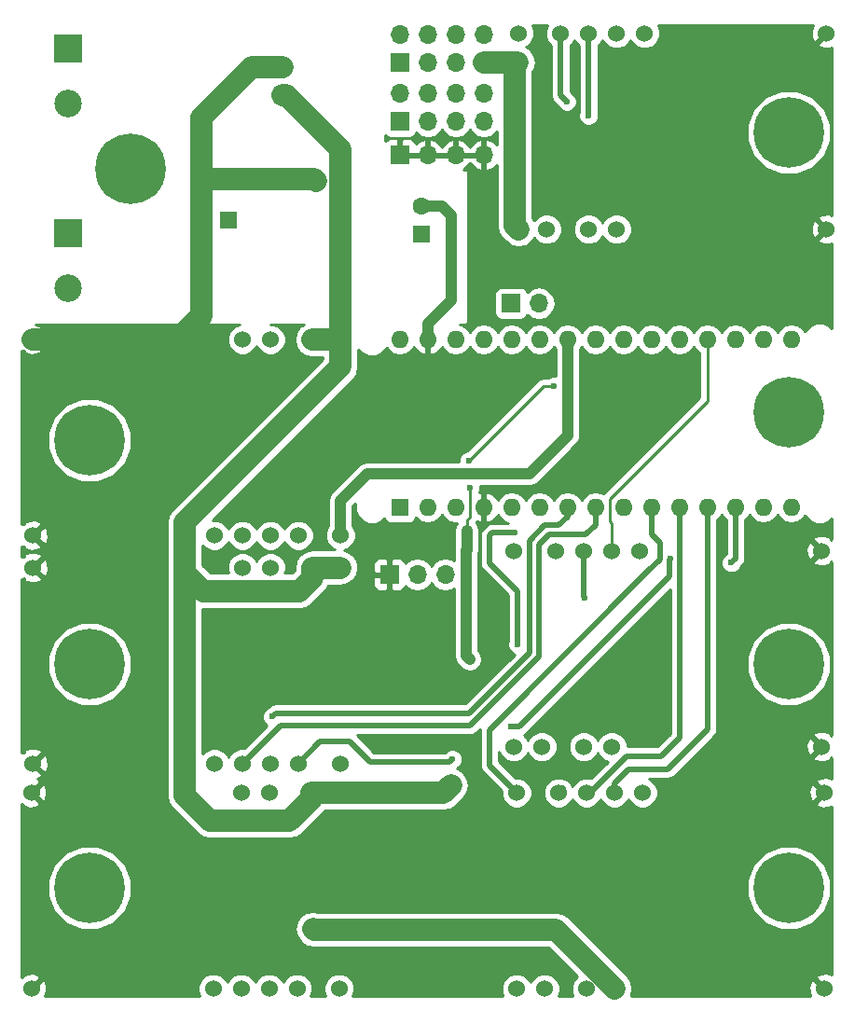
<source format=gbl>
G04 #@! TF.FileFunction,Copper,L2,Bot,Signal*
%FSLAX46Y46*%
G04 Gerber Fmt 4.6, Leading zero omitted, Abs format (unit mm)*
G04 Created by KiCad (PCBNEW 4.0.6+dfsg1-1) date Mon Feb 26 15:31:38 2018*
%MOMM*%
%LPD*%
G01*
G04 APERTURE LIST*
%ADD10C,0.100000*%
%ADD11C,1.524000*%
%ADD12R,1.600000X1.600000*%
%ADD13O,1.600000X1.600000*%
%ADD14R,2.500000X2.500000*%
%ADD15C,2.500000*%
%ADD16R,1.700000X1.700000*%
%ADD17O,1.700000X1.700000*%
%ADD18C,1.600000*%
%ADD19C,6.400000*%
%ADD20C,0.600000*%
%ADD21C,1.000000*%
%ADD22C,2.000000*%
%ADD23C,0.250000*%
%ADD24C,0.500000*%
%ADD25C,0.254000*%
G04 APERTURE END LIST*
D10*
D11*
X29718000Y60363100D03*
X27178000Y60363100D03*
X23368000Y60363100D03*
X20828000Y60363100D03*
X29718000Y42583100D03*
X1778000Y42583100D03*
X1778000Y60363100D03*
X25908000Y42583100D03*
X23368000Y42583100D03*
X20828000Y42583100D03*
X18288000Y42583100D03*
X29718000Y39662100D03*
X27178000Y39662100D03*
X23368000Y39662100D03*
X20828000Y39662100D03*
X29718000Y21882100D03*
X1778000Y21882100D03*
X1778000Y39662100D03*
X25908000Y21882100D03*
X23368000Y21882100D03*
X20828000Y21882100D03*
X18288000Y21882100D03*
D12*
X35128200Y45123100D03*
D13*
X68148200Y60363100D03*
X37668200Y45123100D03*
X65608200Y60363100D03*
X40208200Y45123100D03*
X63068200Y60363100D03*
X42748200Y45123100D03*
X60528200Y60363100D03*
X45288200Y45123100D03*
X57988200Y60363100D03*
X47828200Y45123100D03*
X55448200Y60363100D03*
X50368200Y45123100D03*
X52908200Y60363100D03*
X52908200Y45123100D03*
X50368200Y60363100D03*
X55448200Y45123100D03*
X47828200Y60363100D03*
X57988200Y45123100D03*
X45288200Y60363100D03*
X60528200Y45123100D03*
X42748200Y60363100D03*
X63068200Y45123100D03*
X40208200Y60363100D03*
X65608200Y45123100D03*
X37668200Y60363100D03*
X68148200Y45123100D03*
X35128200Y60363100D03*
X70688200Y45123100D03*
X70688200Y60363100D03*
D14*
X4978400Y70040500D03*
D15*
X4978400Y65040500D03*
D14*
X4953000Y86804500D03*
D15*
X4953000Y81804500D03*
D16*
X45212000Y63639700D03*
D17*
X47752000Y63639700D03*
D11*
X45720000Y1435100D03*
X48260000Y1435100D03*
X52070000Y1435100D03*
X54610000Y1435100D03*
X45720000Y19215100D03*
X73660000Y19215100D03*
X73660000Y1435100D03*
X49530000Y19215100D03*
X52070000Y19215100D03*
X54610000Y19215100D03*
X57150000Y19215100D03*
X45466000Y23406100D03*
X48006000Y23406100D03*
X51816000Y23406100D03*
X54356000Y23406100D03*
X45466000Y41186100D03*
X73406000Y41186100D03*
X73406000Y23406100D03*
X49276000Y41186100D03*
X51816000Y41186100D03*
X54356000Y41186100D03*
X56896000Y41186100D03*
X45897800Y70370700D03*
X48437800Y70370700D03*
X52247800Y70370700D03*
X54787800Y70370700D03*
X45897800Y88150700D03*
X73837800Y88150700D03*
X73837800Y70370700D03*
X49707800Y88150700D03*
X52247800Y88150700D03*
X54787800Y88150700D03*
X57327800Y88150700D03*
X29591000Y19215100D03*
X27051000Y19215100D03*
X23241000Y19215100D03*
X20701000Y19215100D03*
X29591000Y1435100D03*
X1651000Y1435100D03*
X1651000Y19215100D03*
X25781000Y1435100D03*
X23241000Y1435100D03*
X20701000Y1435100D03*
X18161000Y1435100D03*
D12*
X19558000Y71208900D03*
D18*
X17058000Y71208900D03*
D12*
X24434800Y82588100D03*
D18*
X24434800Y85088100D03*
D12*
X37058600Y69938900D03*
D18*
X37058600Y72438900D03*
D16*
X35128200Y80175100D03*
D17*
X35128200Y82715100D03*
X37668200Y80175100D03*
X37668200Y82715100D03*
X40208200Y80175100D03*
X40208200Y82715100D03*
X42748200Y80175100D03*
X42748200Y82715100D03*
D16*
X35128200Y85509100D03*
D17*
X35128200Y88049100D03*
X37668200Y85509100D03*
X37668200Y88049100D03*
X40208200Y85509100D03*
X40208200Y88049100D03*
X42748200Y85509100D03*
X42748200Y88049100D03*
D16*
X35128200Y77127100D03*
D17*
X37668200Y77127100D03*
X40208200Y77127100D03*
X42748200Y77127100D03*
D16*
X34175700Y39027100D03*
D17*
X36715700Y39027100D03*
X39255700Y39027100D03*
D19*
X10668000Y75882500D03*
D20*
X13068000Y75882500D03*
X12365056Y74185444D03*
X10668000Y73482500D03*
X8970944Y74185444D03*
X8268000Y75882500D03*
X8970944Y77579556D03*
X10668000Y78282500D03*
X12365056Y77579556D03*
D19*
X70434200Y10579100D03*
D20*
X72834200Y10579100D03*
X72131256Y8882044D03*
X70434200Y8179100D03*
X68737144Y8882044D03*
X68034200Y10579100D03*
X68737144Y12276156D03*
X70434200Y12979100D03*
X72131256Y12276156D03*
D19*
X70434200Y30899100D03*
D20*
X72834200Y30899100D03*
X72131256Y29202044D03*
X70434200Y28499100D03*
X68737144Y29202044D03*
X68034200Y30899100D03*
X68737144Y32596156D03*
X70434200Y33299100D03*
X72131256Y32596156D03*
D19*
X6934200Y10579100D03*
D20*
X9334200Y10579100D03*
X8631256Y8882044D03*
X6934200Y8179100D03*
X5237144Y8882044D03*
X4534200Y10579100D03*
X5237144Y12276156D03*
X6934200Y12979100D03*
X8631256Y12276156D03*
D19*
X6934200Y30899100D03*
D20*
X9334200Y30899100D03*
X8631256Y29202044D03*
X6934200Y28499100D03*
X5237144Y29202044D03*
X4534200Y30899100D03*
X5237144Y32596156D03*
X6934200Y33299100D03*
X8631256Y32596156D03*
D19*
X6934200Y51219100D03*
D20*
X9334200Y51219100D03*
X8631256Y49522044D03*
X6934200Y48819100D03*
X5237144Y49522044D03*
X4534200Y51219100D03*
X5237144Y52916156D03*
X6934200Y53619100D03*
X8631256Y52916156D03*
D19*
X70434200Y79159100D03*
D20*
X72834200Y79159100D03*
X72131256Y77462044D03*
X70434200Y76759100D03*
X68737144Y77462044D03*
X68034200Y79159100D03*
X68737144Y80856156D03*
X70434200Y81559100D03*
X72131256Y80856156D03*
D19*
X70434200Y53759100D03*
D20*
X72834200Y53759100D03*
X72131256Y52062044D03*
X70434200Y51359100D03*
X68737144Y52062044D03*
X68034200Y53759100D03*
X68737144Y55456156D03*
X70434200Y56159100D03*
X72131256Y55456156D03*
X27517998Y74739500D03*
X27228800Y6870700D03*
X50292000Y81953100D03*
X52247800Y80708500D03*
X23571200Y26123900D03*
X39890700Y22263100D03*
X45224700Y25247600D03*
X59702700Y40487600D03*
X45796200Y32677100D03*
X45542200Y42837100D03*
X39751000Y19900900D03*
X41478200Y31330900D03*
X49123600Y56095900D03*
X41376600Y49339500D03*
X41478200Y46901100D03*
X65227200Y40093900D03*
X51917600Y36918900D03*
D21*
X37058600Y72438900D02*
X38978200Y72438900D01*
X37668200Y61785500D02*
X37668200Y60363100D01*
X39801800Y63919100D02*
X37668200Y61785500D01*
X39801800Y71615300D02*
X39801800Y63919100D01*
X38978200Y72438900D02*
X39801800Y71615300D01*
D22*
X17058000Y71208900D02*
X17058000Y62511300D01*
X14909800Y60363100D02*
X1778000Y60363100D01*
X17058000Y62511300D02*
X14909800Y60363100D01*
X17058000Y74917300D02*
X27340198Y74917300D01*
X27340198Y74917300D02*
X27517998Y74739500D01*
X24434800Y85088100D02*
X21626200Y85088100D01*
X17058000Y80519900D02*
X17058000Y74917300D01*
X17058000Y74917300D02*
X17058000Y71208900D01*
X21626200Y85088100D02*
X17058000Y80519900D01*
X49276000Y6769100D02*
X54610000Y1435100D01*
X27330400Y6769100D02*
X49276000Y6769100D01*
X27228800Y6870700D02*
X27330400Y6769100D01*
D23*
X54356000Y41186100D02*
X54356000Y43675300D01*
X63068200Y54800500D02*
X63068200Y60363100D01*
X54178200Y45910500D02*
X63068200Y54800500D01*
X54178200Y43853100D02*
X54178200Y45910500D01*
X54356000Y43675300D02*
X54178200Y43853100D01*
D24*
X49707800Y88150700D02*
X49707800Y82537300D01*
X49707800Y82537300D02*
X50292000Y81953100D01*
X52247800Y80708500D02*
X52247800Y88150700D01*
X50368200Y45123100D02*
X50368200Y44310300D01*
X23876000Y26428700D02*
X23571200Y26123900D01*
X41402000Y26428700D02*
X23876000Y26428700D01*
X46863000Y31889700D02*
X41402000Y26428700D01*
X46863000Y42075100D02*
X46863000Y31889700D01*
X48285400Y43497500D02*
X46863000Y42075100D01*
X49555400Y43497500D02*
X48285400Y43497500D01*
X50368200Y44310300D02*
X49555400Y43497500D01*
X52908200Y45123100D02*
X52908200Y43548300D01*
X24282400Y25336500D02*
X20828000Y21882100D01*
X41503600Y25336500D02*
X24282400Y25336500D01*
X47752000Y31584900D02*
X41503600Y25336500D01*
X47752000Y41770300D02*
X47752000Y31584900D01*
X48641000Y42659300D02*
X47752000Y41770300D01*
X52019200Y42659300D02*
X48641000Y42659300D01*
X52908200Y43548300D02*
X52019200Y42659300D01*
X27876500Y23850600D02*
X25908000Y21882100D01*
X30556200Y23850600D02*
X27876500Y23850600D01*
X32397700Y22009100D02*
X30556200Y23850600D01*
X39636700Y22009100D02*
X32397700Y22009100D01*
X39890700Y22263100D02*
X39636700Y22009100D01*
X45986700Y25247600D02*
X45224700Y25247600D01*
X59639200Y38900100D02*
X45986700Y25247600D01*
X59639200Y40424100D02*
X59639200Y38900100D01*
X59702700Y40487600D02*
X59639200Y40424100D01*
X55448200Y45123100D02*
X55575200Y45123100D01*
X45796200Y37503100D02*
X45796200Y32677100D01*
X43256200Y40043100D02*
X45796200Y37503100D01*
X43256200Y42583100D02*
X43256200Y40043100D01*
X43510200Y42837100D02*
X43256200Y42583100D01*
X45542200Y42837100D02*
X43510200Y42837100D01*
X49923700Y19608800D02*
X49530000Y19215100D01*
D22*
X29591000Y19215100D02*
X39065200Y19215100D01*
X39065200Y19215100D02*
X39751000Y19900900D01*
X27051000Y19215100D02*
X27051000Y18630900D01*
X27051000Y18630900D02*
X25095200Y16675100D01*
X15570200Y18986500D02*
X15570200Y39230300D01*
X17881600Y16675100D02*
X15570200Y18986500D01*
X25095200Y16675100D02*
X17881600Y16675100D01*
X27051000Y19215100D02*
X29591000Y19215100D01*
X27178000Y39662100D02*
X29718000Y39662100D01*
X27178000Y39662100D02*
X27178000Y38722300D01*
X29718000Y57899300D02*
X29718000Y60363100D01*
X15570200Y43751500D02*
X29718000Y57899300D01*
X15570200Y39230300D02*
X15570200Y43751500D01*
X17272000Y37528500D02*
X15570200Y39230300D01*
X25984200Y37528500D02*
X17272000Y37528500D01*
X27178000Y38722300D02*
X25984200Y37528500D01*
X27178000Y60363100D02*
X29718000Y60363100D01*
X24434800Y82588100D02*
X24765000Y82588100D01*
X24765000Y82588100D02*
X29718000Y77635100D01*
X29718000Y77635100D02*
X29718000Y60363100D01*
X42748200Y85509100D02*
X45821600Y85509100D01*
X45542200Y85229700D02*
X45542200Y70726300D01*
X45821600Y85509100D02*
X45542200Y85229700D01*
X45542200Y70726300D02*
X45897800Y70370700D01*
D24*
X45720000Y19215100D02*
X45720000Y19227800D01*
X45720000Y19227800D02*
X43256200Y21691600D01*
X43256200Y21691600D02*
X43256200Y24930100D01*
X43256200Y24930100D02*
X57670700Y39344600D01*
X57670700Y39344600D02*
X58750200Y40424100D01*
X58750200Y40424100D02*
X58750200Y41884600D01*
X58750200Y41884600D02*
X57988200Y42646600D01*
X57988200Y42646600D02*
X57988200Y45123100D01*
X57988200Y45123100D02*
X57988200Y44615100D01*
D23*
X41198800Y43040300D02*
X41198800Y43980100D01*
D21*
X41478200Y31330900D02*
X41148000Y31661100D01*
X41148000Y31661100D02*
X41148000Y41211500D01*
X41148000Y41211500D02*
X41198800Y41262300D01*
X41198800Y41262300D02*
X41198800Y43040300D01*
D23*
X48133000Y56095900D02*
X49123600Y56095900D01*
X41376600Y49339500D02*
X48133000Y56095900D01*
X41478200Y44259500D02*
X41478200Y46901100D01*
X41198800Y43980100D02*
X41478200Y44259500D01*
D21*
X29718000Y42583100D02*
X29718000Y45732700D01*
X50368200Y51676300D02*
X50368200Y60363100D01*
X46863000Y48171100D02*
X50368200Y51676300D01*
X32156400Y48171100D02*
X46863000Y48171100D01*
X29718000Y45732700D02*
X32156400Y48171100D01*
D24*
X60528200Y45123100D02*
X60528200Y24218900D01*
X55727600Y22542500D02*
X52400200Y19215100D01*
X58851800Y22542500D02*
X55727600Y22542500D01*
X60528200Y24218900D02*
X58851800Y22542500D01*
X52400200Y19215100D02*
X52070000Y19215100D01*
X54610000Y19215100D02*
X54610000Y20104100D01*
X63068200Y24980900D02*
X63068200Y45123100D01*
X59461400Y21374100D02*
X63068200Y24980900D01*
X55880000Y21374100D02*
X59461400Y21374100D01*
X54610000Y20104100D02*
X55880000Y21374100D01*
X65608200Y45123100D02*
X65608200Y40474900D01*
X65608200Y40474900D02*
X65227200Y40093900D01*
X51816000Y37020500D02*
X51816000Y41186100D01*
X51917600Y36918900D02*
X51816000Y37020500D01*
X51816000Y41186100D02*
X51816000Y40601900D01*
D25*
G36*
X20037697Y61548110D02*
X19644371Y61155470D01*
X19431243Y60642200D01*
X19430758Y60086439D01*
X19642990Y59572797D01*
X20035630Y59179471D01*
X20548900Y58966343D01*
X21104661Y58965858D01*
X21618303Y59178090D01*
X22011629Y59570730D01*
X22097949Y59778612D01*
X22182990Y59572797D01*
X22575630Y59179471D01*
X23088900Y58966343D01*
X23644661Y58965858D01*
X24158303Y59178090D01*
X24551629Y59570730D01*
X24764757Y60084000D01*
X24765242Y60639761D01*
X24553010Y61153403D01*
X24160370Y61546729D01*
X23647100Y61759857D01*
X23368647Y61760100D01*
X26382383Y61760100D01*
X26021880Y61519220D01*
X25667457Y60988787D01*
X25543000Y60363100D01*
X25667457Y59737413D01*
X26021880Y59206980D01*
X26552313Y58852557D01*
X27178000Y58728100D01*
X28083000Y58728100D01*
X28083000Y58576539D01*
X14414080Y44907620D01*
X14059657Y44377188D01*
X13935199Y43751500D01*
X13935200Y43751495D01*
X13935200Y39230305D01*
X13935199Y39230300D01*
X13935200Y39230295D01*
X13935200Y18986505D01*
X13935199Y18986500D01*
X14059657Y18360812D01*
X14414080Y17830380D01*
X16725478Y15518983D01*
X16725480Y15518980D01*
X17043451Y15306519D01*
X17255912Y15164557D01*
X17881600Y15040100D01*
X25095195Y15040100D01*
X25095200Y15040099D01*
X25720888Y15164557D01*
X26251320Y15518980D01*
X28207120Y17474780D01*
X28277493Y17580100D01*
X39065195Y17580100D01*
X39065200Y17580099D01*
X39690888Y17704557D01*
X40221320Y18058980D01*
X40907120Y18744781D01*
X41261543Y19275213D01*
X41386001Y19900900D01*
X41261543Y20526588D01*
X40907120Y21057020D01*
X40376688Y21411443D01*
X40310047Y21424699D01*
X40419643Y21469983D01*
X40682892Y21732773D01*
X40825538Y22076301D01*
X40825862Y22448267D01*
X40683817Y22792043D01*
X40421027Y23055292D01*
X40077499Y23197938D01*
X39705533Y23198262D01*
X39361757Y23056217D01*
X39199357Y22894100D01*
X32764279Y22894100D01*
X31206880Y24451500D01*
X41503595Y24451500D01*
X41503600Y24451499D01*
X41786084Y24507690D01*
X41842275Y24518867D01*
X42129390Y24710710D01*
X42376766Y24958086D01*
X42371199Y24930100D01*
X42371200Y24930095D01*
X42371200Y21691605D01*
X42371199Y21691600D01*
X42426927Y21411443D01*
X42438567Y21352925D01*
X42455263Y21327938D01*
X42630410Y21065810D01*
X44323137Y19373083D01*
X44322758Y18938439D01*
X44534990Y18424797D01*
X44927630Y18031471D01*
X45440900Y17818343D01*
X45996661Y17817858D01*
X46510303Y18030090D01*
X46903629Y18422730D01*
X47116757Y18936000D01*
X47117242Y19491761D01*
X46905010Y20005403D01*
X46512370Y20398729D01*
X45999100Y20611857D01*
X45587163Y20612216D01*
X44141200Y22058180D01*
X44141200Y22954116D01*
X44280990Y22615797D01*
X44673630Y22222471D01*
X45186900Y22009343D01*
X45742661Y22008858D01*
X46256303Y22221090D01*
X46649629Y22613730D01*
X46735949Y22821612D01*
X46820990Y22615797D01*
X47213630Y22222471D01*
X47726900Y22009343D01*
X48282661Y22008858D01*
X48796303Y22221090D01*
X49189629Y22613730D01*
X49402757Y23127000D01*
X49403242Y23682761D01*
X49191010Y24196403D01*
X48798370Y24589729D01*
X48285100Y24802857D01*
X47729339Y24803342D01*
X47215697Y24591110D01*
X46822371Y24198470D01*
X46736051Y23990588D01*
X46651010Y24196403D01*
X46380851Y24467034D01*
X46612490Y24621810D01*
X59643200Y37652521D01*
X59643200Y24585479D01*
X58485220Y23427500D01*
X55753019Y23427500D01*
X55753242Y23682761D01*
X55541010Y24196403D01*
X55148370Y24589729D01*
X54635100Y24802857D01*
X54079339Y24803342D01*
X53565697Y24591110D01*
X53172371Y24198470D01*
X53086051Y23990588D01*
X53001010Y24196403D01*
X52608370Y24589729D01*
X52095100Y24802857D01*
X51539339Y24803342D01*
X51025697Y24591110D01*
X50632371Y24198470D01*
X50419243Y23685200D01*
X50418758Y23129439D01*
X50630990Y22615797D01*
X51023630Y22222471D01*
X51536900Y22009343D01*
X52092661Y22008858D01*
X52606303Y22221090D01*
X52999629Y22613730D01*
X53085949Y22821612D01*
X53170990Y22615797D01*
X53563630Y22222471D01*
X53982190Y22048670D01*
X52487789Y20554269D01*
X52349100Y20611857D01*
X51793339Y20612342D01*
X51279697Y20400110D01*
X50886371Y20007470D01*
X50800051Y19799588D01*
X50743550Y19936332D01*
X50741333Y19947475D01*
X50735076Y19956839D01*
X50715010Y20005403D01*
X50677560Y20042918D01*
X50549490Y20234590D01*
X50359493Y20361541D01*
X50322370Y20398729D01*
X50273413Y20419058D01*
X50262375Y20426433D01*
X50249468Y20429000D01*
X49809100Y20611857D01*
X49253339Y20612342D01*
X48739697Y20400110D01*
X48346371Y20007470D01*
X48133243Y19494200D01*
X48132758Y18938439D01*
X48344990Y18424797D01*
X48737630Y18031471D01*
X49250900Y17818343D01*
X49806661Y17817858D01*
X50320303Y18030090D01*
X50713629Y18422730D01*
X50799949Y18630612D01*
X50884990Y18424797D01*
X51277630Y18031471D01*
X51790900Y17818343D01*
X52346661Y17817858D01*
X52860303Y18030090D01*
X53253629Y18422730D01*
X53339949Y18630612D01*
X53424990Y18424797D01*
X53817630Y18031471D01*
X54330900Y17818343D01*
X54886661Y17817858D01*
X55400303Y18030090D01*
X55793629Y18422730D01*
X55879949Y18630612D01*
X55964990Y18424797D01*
X56357630Y18031471D01*
X56870900Y17818343D01*
X57426661Y17817858D01*
X57940303Y18030090D01*
X58333629Y18422730D01*
X58546757Y18936000D01*
X58547181Y19422798D01*
X72250856Y19422798D01*
X72278638Y18867732D01*
X72437603Y18483957D01*
X72679787Y18414492D01*
X73480395Y19215100D01*
X72679787Y20015708D01*
X72437603Y19946243D01*
X72250856Y19422798D01*
X58547181Y19422798D01*
X58547242Y19491761D01*
X58335010Y20005403D01*
X57942370Y20398729D01*
X57724732Y20489100D01*
X59461395Y20489100D01*
X59461400Y20489099D01*
X59743884Y20545290D01*
X59800075Y20556467D01*
X60087190Y20748310D01*
X62952677Y23613798D01*
X71996856Y23613798D01*
X72024638Y23058732D01*
X72183603Y22674957D01*
X72425787Y22605492D01*
X73226395Y23406100D01*
X72425787Y24206708D01*
X72183603Y24137243D01*
X71996856Y23613798D01*
X62952677Y23613798D01*
X63693987Y24355108D01*
X63693990Y24355110D01*
X63885833Y24642225D01*
X63953200Y24980900D01*
X63953200Y30139618D01*
X66598536Y30139618D01*
X67181150Y28729585D01*
X68259011Y27649841D01*
X69668025Y27064767D01*
X71193682Y27063436D01*
X72603715Y27646050D01*
X73683459Y28723911D01*
X74268533Y30132925D01*
X74269864Y31658582D01*
X73687250Y33068615D01*
X72609389Y34148359D01*
X71200375Y34733433D01*
X69674718Y34734764D01*
X68264685Y34152150D01*
X67184941Y33074289D01*
X66599867Y31665275D01*
X66598536Y30139618D01*
X63953200Y30139618D01*
X63953200Y43993627D01*
X64082898Y44080289D01*
X64338200Y44462375D01*
X64593502Y44080289D01*
X64723200Y43993627D01*
X64723200Y40897323D01*
X64698257Y40887017D01*
X64435008Y40624227D01*
X64292362Y40280699D01*
X64292038Y39908733D01*
X64434083Y39564957D01*
X64696873Y39301708D01*
X65040401Y39159062D01*
X65412367Y39158738D01*
X65756143Y39300783D01*
X66019392Y39563573D01*
X66069766Y39684887D01*
X66233987Y39849108D01*
X66233990Y39849110D01*
X66425833Y40136225D01*
X66493200Y40474900D01*
X66493200Y41393798D01*
X71996856Y41393798D01*
X72024638Y40838732D01*
X72183603Y40454957D01*
X72425787Y40385492D01*
X73226395Y41186100D01*
X72425787Y41986708D01*
X72183603Y41917243D01*
X71996856Y41393798D01*
X66493200Y41393798D01*
X66493200Y43993627D01*
X66622898Y44080289D01*
X66878200Y44462375D01*
X67133502Y44080289D01*
X67599049Y43769220D01*
X68148200Y43659987D01*
X68697351Y43769220D01*
X69162898Y44080289D01*
X69418200Y44462375D01*
X69673502Y44080289D01*
X70139049Y43769220D01*
X70688200Y43659987D01*
X71237351Y43769220D01*
X71702898Y44080289D01*
X71892056Y44363383D01*
X71934614Y44260385D01*
X72363229Y43831021D01*
X72923528Y43598365D01*
X73530211Y43597835D01*
X74090915Y43829514D01*
X74364200Y44102322D01*
X74364200Y42238744D01*
X74321618Y42281326D01*
X74206607Y42166315D01*
X74137143Y42408497D01*
X73613698Y42595244D01*
X73058632Y42567462D01*
X72674857Y42408497D01*
X72605392Y42166313D01*
X73406000Y41365705D01*
X73420143Y41379847D01*
X73599748Y41200242D01*
X73585605Y41186100D01*
X73599748Y41171957D01*
X73420143Y40992352D01*
X73406000Y41006495D01*
X72605392Y40205887D01*
X72674857Y39963703D01*
X73198302Y39776956D01*
X73753368Y39804738D01*
X74137143Y39963703D01*
X74206607Y40205885D01*
X74321618Y40090874D01*
X74364200Y40133456D01*
X74364200Y24458744D01*
X74321618Y24501326D01*
X74206607Y24386315D01*
X74137143Y24628497D01*
X73613698Y24815244D01*
X73058632Y24787462D01*
X72674857Y24628497D01*
X72605392Y24386313D01*
X73406000Y23585705D01*
X73420143Y23599847D01*
X73599748Y23420242D01*
X73585605Y23406100D01*
X73599748Y23391957D01*
X73420143Y23212352D01*
X73406000Y23226495D01*
X72605392Y22425887D01*
X72674857Y22183703D01*
X73198302Y21996956D01*
X73753368Y22024738D01*
X74137143Y22183703D01*
X74206607Y22425885D01*
X74321618Y22310874D01*
X74364200Y22353456D01*
X74364200Y20447109D01*
X73867698Y20624244D01*
X73312632Y20596462D01*
X72928857Y20437497D01*
X72859392Y20195313D01*
X73660000Y19394705D01*
X73674143Y19408847D01*
X73853748Y19229242D01*
X73839605Y19215100D01*
X73853748Y19200957D01*
X73674143Y19021352D01*
X73660000Y19035495D01*
X72859392Y18234887D01*
X72928857Y17992703D01*
X73452302Y17805956D01*
X74007368Y17833738D01*
X74364200Y17981543D01*
X74364200Y2667109D01*
X73867698Y2844244D01*
X73312632Y2816462D01*
X72928857Y2657497D01*
X72859392Y2415313D01*
X73660000Y1614705D01*
X73674143Y1628847D01*
X73853748Y1449242D01*
X73839605Y1435100D01*
X73853748Y1420957D01*
X73674143Y1241352D01*
X73660000Y1255495D01*
X73645858Y1241352D01*
X73466253Y1420957D01*
X73480395Y1435100D01*
X72679787Y2235708D01*
X72437603Y2166243D01*
X72250856Y1642798D01*
X72278638Y1087732D01*
X72402336Y789100D01*
X56106971Y789100D01*
X56120543Y809412D01*
X56245000Y1435100D01*
X56120543Y2060788D01*
X55766119Y2591220D01*
X50432120Y7925220D01*
X49901688Y8279643D01*
X49276000Y8404101D01*
X49275995Y8404100D01*
X27739579Y8404100D01*
X27228800Y8505701D01*
X26603112Y8381243D01*
X26072680Y8026820D01*
X25718257Y7496388D01*
X25593799Y6870700D01*
X25718257Y6245012D01*
X26072680Y5714580D01*
X26174280Y5612980D01*
X26704712Y5258557D01*
X27330400Y5134099D01*
X27330405Y5134100D01*
X48598760Y5134100D01*
X51196151Y2536710D01*
X50886371Y2227470D01*
X50673243Y1714200D01*
X50672758Y1158439D01*
X50825365Y789100D01*
X49504407Y789100D01*
X49656757Y1156000D01*
X49657242Y1711761D01*
X49445010Y2225403D01*
X49052370Y2618729D01*
X48539100Y2831857D01*
X47983339Y2832342D01*
X47469697Y2620110D01*
X47076371Y2227470D01*
X46990051Y2019588D01*
X46905010Y2225403D01*
X46512370Y2618729D01*
X45999100Y2831857D01*
X45443339Y2832342D01*
X44929697Y2620110D01*
X44536371Y2227470D01*
X44323243Y1714200D01*
X44322758Y1158439D01*
X44475365Y789100D01*
X30835407Y789100D01*
X30987757Y1156000D01*
X30988242Y1711761D01*
X30776010Y2225403D01*
X30383370Y2618729D01*
X29870100Y2831857D01*
X29314339Y2832342D01*
X28800697Y2620110D01*
X28407371Y2227470D01*
X28194243Y1714200D01*
X28193758Y1158439D01*
X28346365Y789100D01*
X27025407Y789100D01*
X27177757Y1156000D01*
X27178242Y1711761D01*
X26966010Y2225403D01*
X26573370Y2618729D01*
X26060100Y2831857D01*
X25504339Y2832342D01*
X24990697Y2620110D01*
X24597371Y2227470D01*
X24511051Y2019588D01*
X24426010Y2225403D01*
X24033370Y2618729D01*
X23520100Y2831857D01*
X22964339Y2832342D01*
X22450697Y2620110D01*
X22057371Y2227470D01*
X21971051Y2019588D01*
X21886010Y2225403D01*
X21493370Y2618729D01*
X20980100Y2831857D01*
X20424339Y2832342D01*
X19910697Y2620110D01*
X19517371Y2227470D01*
X19431051Y2019588D01*
X19346010Y2225403D01*
X18953370Y2618729D01*
X18440100Y2831857D01*
X17884339Y2832342D01*
X17370697Y2620110D01*
X16977371Y2227470D01*
X16764243Y1714200D01*
X16763758Y1158439D01*
X16916365Y789100D01*
X2903773Y789100D01*
X3060144Y1227402D01*
X3032362Y1782468D01*
X2873397Y2166243D01*
X2631213Y2235708D01*
X1830605Y1435100D01*
X1844748Y1420957D01*
X1665143Y1241352D01*
X1651000Y1255495D01*
X1636858Y1241352D01*
X1457253Y1420957D01*
X1471395Y1435100D01*
X1457253Y1449242D01*
X1636858Y1628847D01*
X1651000Y1614705D01*
X2451608Y2415313D01*
X2382143Y2657497D01*
X1858698Y2844244D01*
X1303632Y2816462D01*
X919857Y2657497D01*
X850393Y2415315D01*
X784200Y2481508D01*
X784200Y9819618D01*
X3098536Y9819618D01*
X3681150Y8409585D01*
X4759011Y7329841D01*
X6168025Y6744767D01*
X7693682Y6743436D01*
X9103715Y7326050D01*
X10183459Y8403911D01*
X10768533Y9812925D01*
X10768538Y9819618D01*
X66598536Y9819618D01*
X67181150Y8409585D01*
X68259011Y7329841D01*
X69668025Y6744767D01*
X71193682Y6743436D01*
X72603715Y7326050D01*
X73683459Y8403911D01*
X74268533Y9812925D01*
X74269864Y11338582D01*
X73687250Y12748615D01*
X72609389Y13828359D01*
X71200375Y14413433D01*
X69674718Y14414764D01*
X68264685Y13832150D01*
X67184941Y12754289D01*
X66599867Y11345275D01*
X66598536Y9819618D01*
X10768538Y9819618D01*
X10769864Y11338582D01*
X10187250Y12748615D01*
X9109389Y13828359D01*
X7700375Y14413433D01*
X6174718Y14414764D01*
X4764685Y13832150D01*
X3684941Y12754289D01*
X3099867Y11345275D01*
X3098536Y9819618D01*
X784200Y9819618D01*
X784200Y18168692D01*
X850393Y18234885D01*
X919857Y17992703D01*
X1443302Y17805956D01*
X1998368Y17833738D01*
X2382143Y17992703D01*
X2451608Y18234887D01*
X1651000Y19035495D01*
X1636858Y19021352D01*
X1457253Y19200957D01*
X1471395Y19215100D01*
X1830605Y19215100D01*
X2631213Y18414492D01*
X2873397Y18483957D01*
X3060144Y19007402D01*
X3032362Y19562468D01*
X2873397Y19946243D01*
X2631213Y20015708D01*
X1830605Y19215100D01*
X1471395Y19215100D01*
X1457253Y19229242D01*
X1636858Y19408847D01*
X1651000Y19394705D01*
X2451608Y20195313D01*
X2382143Y20437497D01*
X2162162Y20515979D01*
X2509143Y20659703D01*
X2578608Y20901887D01*
X1778000Y21702495D01*
X1763858Y21688352D01*
X1584253Y21867957D01*
X1598395Y21882100D01*
X1957605Y21882100D01*
X2758213Y21081492D01*
X3000397Y21150957D01*
X3187144Y21674402D01*
X3159362Y22229468D01*
X3000397Y22613243D01*
X2758213Y22682708D01*
X1957605Y21882100D01*
X1598395Y21882100D01*
X1584253Y21896242D01*
X1763858Y22075847D01*
X1778000Y22061705D01*
X2578608Y22862313D01*
X2509143Y23104497D01*
X1985698Y23291244D01*
X1430632Y23263462D01*
X1046857Y23104497D01*
X977393Y22862315D01*
X862382Y22977326D01*
X784200Y22899144D01*
X784200Y30139618D01*
X3098536Y30139618D01*
X3681150Y28729585D01*
X4759011Y27649841D01*
X6168025Y27064767D01*
X7693682Y27063436D01*
X9103715Y27646050D01*
X10183459Y28723911D01*
X10768533Y30132925D01*
X10769864Y31658582D01*
X10187250Y33068615D01*
X9109389Y34148359D01*
X7700375Y34733433D01*
X6174718Y34734764D01*
X4764685Y34152150D01*
X3684941Y33074289D01*
X3099867Y31665275D01*
X3098536Y30139618D01*
X784200Y30139618D01*
X784200Y38645056D01*
X862382Y38566874D01*
X977393Y38681885D01*
X1046857Y38439703D01*
X1570302Y38252956D01*
X2125368Y38280738D01*
X2509143Y38439703D01*
X2578608Y38681887D01*
X1778000Y39482495D01*
X1763858Y39468352D01*
X1584253Y39647957D01*
X1598395Y39662100D01*
X1957605Y39662100D01*
X2758213Y38861492D01*
X3000397Y38930957D01*
X3187144Y39454402D01*
X3159362Y40009468D01*
X3000397Y40393243D01*
X2758213Y40462708D01*
X1957605Y39662100D01*
X1598395Y39662100D01*
X1584253Y39676242D01*
X1763858Y39855847D01*
X1778000Y39841705D01*
X2578608Y40642313D01*
X2509143Y40884497D01*
X1985698Y41071244D01*
X1430632Y41043462D01*
X1046857Y40884497D01*
X977393Y40642315D01*
X862382Y40757326D01*
X784200Y40679144D01*
X784200Y41566056D01*
X862382Y41487874D01*
X977393Y41602885D01*
X1046857Y41360703D01*
X1570302Y41173956D01*
X2125368Y41201738D01*
X2509143Y41360703D01*
X2578608Y41602887D01*
X1778000Y42403495D01*
X1763858Y42389352D01*
X1584253Y42568957D01*
X1598395Y42583100D01*
X1957605Y42583100D01*
X2758213Y41782492D01*
X3000397Y41851957D01*
X3187144Y42375402D01*
X3159362Y42930468D01*
X3000397Y43314243D01*
X2758213Y43383708D01*
X1957605Y42583100D01*
X1598395Y42583100D01*
X1584253Y42597242D01*
X1763858Y42776847D01*
X1778000Y42762705D01*
X2578608Y43563313D01*
X2509143Y43805497D01*
X1985698Y43992244D01*
X1430632Y43964462D01*
X1046857Y43805497D01*
X977393Y43563315D01*
X862382Y43678326D01*
X784200Y43600144D01*
X784200Y50459618D01*
X3098536Y50459618D01*
X3681150Y49049585D01*
X4759011Y47969841D01*
X6168025Y47384767D01*
X7693682Y47383436D01*
X9103715Y47966050D01*
X10183459Y49043911D01*
X10768533Y50452925D01*
X10769864Y51978582D01*
X10187250Y53388615D01*
X9109389Y54468359D01*
X7700375Y55053433D01*
X6174718Y55054764D01*
X4764685Y54472150D01*
X3684941Y53394289D01*
X3099867Y51985275D01*
X3098536Y50459618D01*
X784200Y50459618D01*
X784200Y59346056D01*
X862382Y59267874D01*
X977393Y59382885D01*
X1046857Y59140703D01*
X1570302Y58953956D01*
X2125368Y58981738D01*
X2509143Y59140703D01*
X2578608Y59382887D01*
X1778000Y60183495D01*
X1763858Y60169352D01*
X1584253Y60348957D01*
X1598395Y60363100D01*
X1957605Y60363100D01*
X2758213Y59562492D01*
X3000397Y59631957D01*
X3187144Y60155402D01*
X3159362Y60710468D01*
X3000397Y61094243D01*
X2758213Y61163708D01*
X1957605Y60363100D01*
X1598395Y60363100D01*
X1584253Y60377242D01*
X1763858Y60556847D01*
X1778000Y60542705D01*
X2578608Y61343313D01*
X2509143Y61585497D01*
X2019737Y61760100D01*
X20550753Y61760100D01*
X20037697Y61548110D01*
X20037697Y61548110D01*
G37*
X20037697Y61548110D02*
X19644371Y61155470D01*
X19431243Y60642200D01*
X19430758Y60086439D01*
X19642990Y59572797D01*
X20035630Y59179471D01*
X20548900Y58966343D01*
X21104661Y58965858D01*
X21618303Y59178090D01*
X22011629Y59570730D01*
X22097949Y59778612D01*
X22182990Y59572797D01*
X22575630Y59179471D01*
X23088900Y58966343D01*
X23644661Y58965858D01*
X24158303Y59178090D01*
X24551629Y59570730D01*
X24764757Y60084000D01*
X24765242Y60639761D01*
X24553010Y61153403D01*
X24160370Y61546729D01*
X23647100Y61759857D01*
X23368647Y61760100D01*
X26382383Y61760100D01*
X26021880Y61519220D01*
X25667457Y60988787D01*
X25543000Y60363100D01*
X25667457Y59737413D01*
X26021880Y59206980D01*
X26552313Y58852557D01*
X27178000Y58728100D01*
X28083000Y58728100D01*
X28083000Y58576539D01*
X14414080Y44907620D01*
X14059657Y44377188D01*
X13935199Y43751500D01*
X13935200Y43751495D01*
X13935200Y39230305D01*
X13935199Y39230300D01*
X13935200Y39230295D01*
X13935200Y18986505D01*
X13935199Y18986500D01*
X14059657Y18360812D01*
X14414080Y17830380D01*
X16725478Y15518983D01*
X16725480Y15518980D01*
X17043451Y15306519D01*
X17255912Y15164557D01*
X17881600Y15040100D01*
X25095195Y15040100D01*
X25095200Y15040099D01*
X25720888Y15164557D01*
X26251320Y15518980D01*
X28207120Y17474780D01*
X28277493Y17580100D01*
X39065195Y17580100D01*
X39065200Y17580099D01*
X39690888Y17704557D01*
X40221320Y18058980D01*
X40907120Y18744781D01*
X41261543Y19275213D01*
X41386001Y19900900D01*
X41261543Y20526588D01*
X40907120Y21057020D01*
X40376688Y21411443D01*
X40310047Y21424699D01*
X40419643Y21469983D01*
X40682892Y21732773D01*
X40825538Y22076301D01*
X40825862Y22448267D01*
X40683817Y22792043D01*
X40421027Y23055292D01*
X40077499Y23197938D01*
X39705533Y23198262D01*
X39361757Y23056217D01*
X39199357Y22894100D01*
X32764279Y22894100D01*
X31206880Y24451500D01*
X41503595Y24451500D01*
X41503600Y24451499D01*
X41786084Y24507690D01*
X41842275Y24518867D01*
X42129390Y24710710D01*
X42376766Y24958086D01*
X42371199Y24930100D01*
X42371200Y24930095D01*
X42371200Y21691605D01*
X42371199Y21691600D01*
X42426927Y21411443D01*
X42438567Y21352925D01*
X42455263Y21327938D01*
X42630410Y21065810D01*
X44323137Y19373083D01*
X44322758Y18938439D01*
X44534990Y18424797D01*
X44927630Y18031471D01*
X45440900Y17818343D01*
X45996661Y17817858D01*
X46510303Y18030090D01*
X46903629Y18422730D01*
X47116757Y18936000D01*
X47117242Y19491761D01*
X46905010Y20005403D01*
X46512370Y20398729D01*
X45999100Y20611857D01*
X45587163Y20612216D01*
X44141200Y22058180D01*
X44141200Y22954116D01*
X44280990Y22615797D01*
X44673630Y22222471D01*
X45186900Y22009343D01*
X45742661Y22008858D01*
X46256303Y22221090D01*
X46649629Y22613730D01*
X46735949Y22821612D01*
X46820990Y22615797D01*
X47213630Y22222471D01*
X47726900Y22009343D01*
X48282661Y22008858D01*
X48796303Y22221090D01*
X49189629Y22613730D01*
X49402757Y23127000D01*
X49403242Y23682761D01*
X49191010Y24196403D01*
X48798370Y24589729D01*
X48285100Y24802857D01*
X47729339Y24803342D01*
X47215697Y24591110D01*
X46822371Y24198470D01*
X46736051Y23990588D01*
X46651010Y24196403D01*
X46380851Y24467034D01*
X46612490Y24621810D01*
X59643200Y37652521D01*
X59643200Y24585479D01*
X58485220Y23427500D01*
X55753019Y23427500D01*
X55753242Y23682761D01*
X55541010Y24196403D01*
X55148370Y24589729D01*
X54635100Y24802857D01*
X54079339Y24803342D01*
X53565697Y24591110D01*
X53172371Y24198470D01*
X53086051Y23990588D01*
X53001010Y24196403D01*
X52608370Y24589729D01*
X52095100Y24802857D01*
X51539339Y24803342D01*
X51025697Y24591110D01*
X50632371Y24198470D01*
X50419243Y23685200D01*
X50418758Y23129439D01*
X50630990Y22615797D01*
X51023630Y22222471D01*
X51536900Y22009343D01*
X52092661Y22008858D01*
X52606303Y22221090D01*
X52999629Y22613730D01*
X53085949Y22821612D01*
X53170990Y22615797D01*
X53563630Y22222471D01*
X53982190Y22048670D01*
X52487789Y20554269D01*
X52349100Y20611857D01*
X51793339Y20612342D01*
X51279697Y20400110D01*
X50886371Y20007470D01*
X50800051Y19799588D01*
X50743550Y19936332D01*
X50741333Y19947475D01*
X50735076Y19956839D01*
X50715010Y20005403D01*
X50677560Y20042918D01*
X50549490Y20234590D01*
X50359493Y20361541D01*
X50322370Y20398729D01*
X50273413Y20419058D01*
X50262375Y20426433D01*
X50249468Y20429000D01*
X49809100Y20611857D01*
X49253339Y20612342D01*
X48739697Y20400110D01*
X48346371Y20007470D01*
X48133243Y19494200D01*
X48132758Y18938439D01*
X48344990Y18424797D01*
X48737630Y18031471D01*
X49250900Y17818343D01*
X49806661Y17817858D01*
X50320303Y18030090D01*
X50713629Y18422730D01*
X50799949Y18630612D01*
X50884990Y18424797D01*
X51277630Y18031471D01*
X51790900Y17818343D01*
X52346661Y17817858D01*
X52860303Y18030090D01*
X53253629Y18422730D01*
X53339949Y18630612D01*
X53424990Y18424797D01*
X53817630Y18031471D01*
X54330900Y17818343D01*
X54886661Y17817858D01*
X55400303Y18030090D01*
X55793629Y18422730D01*
X55879949Y18630612D01*
X55964990Y18424797D01*
X56357630Y18031471D01*
X56870900Y17818343D01*
X57426661Y17817858D01*
X57940303Y18030090D01*
X58333629Y18422730D01*
X58546757Y18936000D01*
X58547181Y19422798D01*
X72250856Y19422798D01*
X72278638Y18867732D01*
X72437603Y18483957D01*
X72679787Y18414492D01*
X73480395Y19215100D01*
X72679787Y20015708D01*
X72437603Y19946243D01*
X72250856Y19422798D01*
X58547181Y19422798D01*
X58547242Y19491761D01*
X58335010Y20005403D01*
X57942370Y20398729D01*
X57724732Y20489100D01*
X59461395Y20489100D01*
X59461400Y20489099D01*
X59743884Y20545290D01*
X59800075Y20556467D01*
X60087190Y20748310D01*
X62952677Y23613798D01*
X71996856Y23613798D01*
X72024638Y23058732D01*
X72183603Y22674957D01*
X72425787Y22605492D01*
X73226395Y23406100D01*
X72425787Y24206708D01*
X72183603Y24137243D01*
X71996856Y23613798D01*
X62952677Y23613798D01*
X63693987Y24355108D01*
X63693990Y24355110D01*
X63885833Y24642225D01*
X63953200Y24980900D01*
X63953200Y30139618D01*
X66598536Y30139618D01*
X67181150Y28729585D01*
X68259011Y27649841D01*
X69668025Y27064767D01*
X71193682Y27063436D01*
X72603715Y27646050D01*
X73683459Y28723911D01*
X74268533Y30132925D01*
X74269864Y31658582D01*
X73687250Y33068615D01*
X72609389Y34148359D01*
X71200375Y34733433D01*
X69674718Y34734764D01*
X68264685Y34152150D01*
X67184941Y33074289D01*
X66599867Y31665275D01*
X66598536Y30139618D01*
X63953200Y30139618D01*
X63953200Y43993627D01*
X64082898Y44080289D01*
X64338200Y44462375D01*
X64593502Y44080289D01*
X64723200Y43993627D01*
X64723200Y40897323D01*
X64698257Y40887017D01*
X64435008Y40624227D01*
X64292362Y40280699D01*
X64292038Y39908733D01*
X64434083Y39564957D01*
X64696873Y39301708D01*
X65040401Y39159062D01*
X65412367Y39158738D01*
X65756143Y39300783D01*
X66019392Y39563573D01*
X66069766Y39684887D01*
X66233987Y39849108D01*
X66233990Y39849110D01*
X66425833Y40136225D01*
X66493200Y40474900D01*
X66493200Y41393798D01*
X71996856Y41393798D01*
X72024638Y40838732D01*
X72183603Y40454957D01*
X72425787Y40385492D01*
X73226395Y41186100D01*
X72425787Y41986708D01*
X72183603Y41917243D01*
X71996856Y41393798D01*
X66493200Y41393798D01*
X66493200Y43993627D01*
X66622898Y44080289D01*
X66878200Y44462375D01*
X67133502Y44080289D01*
X67599049Y43769220D01*
X68148200Y43659987D01*
X68697351Y43769220D01*
X69162898Y44080289D01*
X69418200Y44462375D01*
X69673502Y44080289D01*
X70139049Y43769220D01*
X70688200Y43659987D01*
X71237351Y43769220D01*
X71702898Y44080289D01*
X71892056Y44363383D01*
X71934614Y44260385D01*
X72363229Y43831021D01*
X72923528Y43598365D01*
X73530211Y43597835D01*
X74090915Y43829514D01*
X74364200Y44102322D01*
X74364200Y42238744D01*
X74321618Y42281326D01*
X74206607Y42166315D01*
X74137143Y42408497D01*
X73613698Y42595244D01*
X73058632Y42567462D01*
X72674857Y42408497D01*
X72605392Y42166313D01*
X73406000Y41365705D01*
X73420143Y41379847D01*
X73599748Y41200242D01*
X73585605Y41186100D01*
X73599748Y41171957D01*
X73420143Y40992352D01*
X73406000Y41006495D01*
X72605392Y40205887D01*
X72674857Y39963703D01*
X73198302Y39776956D01*
X73753368Y39804738D01*
X74137143Y39963703D01*
X74206607Y40205885D01*
X74321618Y40090874D01*
X74364200Y40133456D01*
X74364200Y24458744D01*
X74321618Y24501326D01*
X74206607Y24386315D01*
X74137143Y24628497D01*
X73613698Y24815244D01*
X73058632Y24787462D01*
X72674857Y24628497D01*
X72605392Y24386313D01*
X73406000Y23585705D01*
X73420143Y23599847D01*
X73599748Y23420242D01*
X73585605Y23406100D01*
X73599748Y23391957D01*
X73420143Y23212352D01*
X73406000Y23226495D01*
X72605392Y22425887D01*
X72674857Y22183703D01*
X73198302Y21996956D01*
X73753368Y22024738D01*
X74137143Y22183703D01*
X74206607Y22425885D01*
X74321618Y22310874D01*
X74364200Y22353456D01*
X74364200Y20447109D01*
X73867698Y20624244D01*
X73312632Y20596462D01*
X72928857Y20437497D01*
X72859392Y20195313D01*
X73660000Y19394705D01*
X73674143Y19408847D01*
X73853748Y19229242D01*
X73839605Y19215100D01*
X73853748Y19200957D01*
X73674143Y19021352D01*
X73660000Y19035495D01*
X72859392Y18234887D01*
X72928857Y17992703D01*
X73452302Y17805956D01*
X74007368Y17833738D01*
X74364200Y17981543D01*
X74364200Y2667109D01*
X73867698Y2844244D01*
X73312632Y2816462D01*
X72928857Y2657497D01*
X72859392Y2415313D01*
X73660000Y1614705D01*
X73674143Y1628847D01*
X73853748Y1449242D01*
X73839605Y1435100D01*
X73853748Y1420957D01*
X73674143Y1241352D01*
X73660000Y1255495D01*
X73645858Y1241352D01*
X73466253Y1420957D01*
X73480395Y1435100D01*
X72679787Y2235708D01*
X72437603Y2166243D01*
X72250856Y1642798D01*
X72278638Y1087732D01*
X72402336Y789100D01*
X56106971Y789100D01*
X56120543Y809412D01*
X56245000Y1435100D01*
X56120543Y2060788D01*
X55766119Y2591220D01*
X50432120Y7925220D01*
X49901688Y8279643D01*
X49276000Y8404101D01*
X49275995Y8404100D01*
X27739579Y8404100D01*
X27228800Y8505701D01*
X26603112Y8381243D01*
X26072680Y8026820D01*
X25718257Y7496388D01*
X25593799Y6870700D01*
X25718257Y6245012D01*
X26072680Y5714580D01*
X26174280Y5612980D01*
X26704712Y5258557D01*
X27330400Y5134099D01*
X27330405Y5134100D01*
X48598760Y5134100D01*
X51196151Y2536710D01*
X50886371Y2227470D01*
X50673243Y1714200D01*
X50672758Y1158439D01*
X50825365Y789100D01*
X49504407Y789100D01*
X49656757Y1156000D01*
X49657242Y1711761D01*
X49445010Y2225403D01*
X49052370Y2618729D01*
X48539100Y2831857D01*
X47983339Y2832342D01*
X47469697Y2620110D01*
X47076371Y2227470D01*
X46990051Y2019588D01*
X46905010Y2225403D01*
X46512370Y2618729D01*
X45999100Y2831857D01*
X45443339Y2832342D01*
X44929697Y2620110D01*
X44536371Y2227470D01*
X44323243Y1714200D01*
X44322758Y1158439D01*
X44475365Y789100D01*
X30835407Y789100D01*
X30987757Y1156000D01*
X30988242Y1711761D01*
X30776010Y2225403D01*
X30383370Y2618729D01*
X29870100Y2831857D01*
X29314339Y2832342D01*
X28800697Y2620110D01*
X28407371Y2227470D01*
X28194243Y1714200D01*
X28193758Y1158439D01*
X28346365Y789100D01*
X27025407Y789100D01*
X27177757Y1156000D01*
X27178242Y1711761D01*
X26966010Y2225403D01*
X26573370Y2618729D01*
X26060100Y2831857D01*
X25504339Y2832342D01*
X24990697Y2620110D01*
X24597371Y2227470D01*
X24511051Y2019588D01*
X24426010Y2225403D01*
X24033370Y2618729D01*
X23520100Y2831857D01*
X22964339Y2832342D01*
X22450697Y2620110D01*
X22057371Y2227470D01*
X21971051Y2019588D01*
X21886010Y2225403D01*
X21493370Y2618729D01*
X20980100Y2831857D01*
X20424339Y2832342D01*
X19910697Y2620110D01*
X19517371Y2227470D01*
X19431051Y2019588D01*
X19346010Y2225403D01*
X18953370Y2618729D01*
X18440100Y2831857D01*
X17884339Y2832342D01*
X17370697Y2620110D01*
X16977371Y2227470D01*
X16764243Y1714200D01*
X16763758Y1158439D01*
X16916365Y789100D01*
X2903773Y789100D01*
X3060144Y1227402D01*
X3032362Y1782468D01*
X2873397Y2166243D01*
X2631213Y2235708D01*
X1830605Y1435100D01*
X1844748Y1420957D01*
X1665143Y1241352D01*
X1651000Y1255495D01*
X1636858Y1241352D01*
X1457253Y1420957D01*
X1471395Y1435100D01*
X1457253Y1449242D01*
X1636858Y1628847D01*
X1651000Y1614705D01*
X2451608Y2415313D01*
X2382143Y2657497D01*
X1858698Y2844244D01*
X1303632Y2816462D01*
X919857Y2657497D01*
X850393Y2415315D01*
X784200Y2481508D01*
X784200Y9819618D01*
X3098536Y9819618D01*
X3681150Y8409585D01*
X4759011Y7329841D01*
X6168025Y6744767D01*
X7693682Y6743436D01*
X9103715Y7326050D01*
X10183459Y8403911D01*
X10768533Y9812925D01*
X10768538Y9819618D01*
X66598536Y9819618D01*
X67181150Y8409585D01*
X68259011Y7329841D01*
X69668025Y6744767D01*
X71193682Y6743436D01*
X72603715Y7326050D01*
X73683459Y8403911D01*
X74268533Y9812925D01*
X74269864Y11338582D01*
X73687250Y12748615D01*
X72609389Y13828359D01*
X71200375Y14413433D01*
X69674718Y14414764D01*
X68264685Y13832150D01*
X67184941Y12754289D01*
X66599867Y11345275D01*
X66598536Y9819618D01*
X10768538Y9819618D01*
X10769864Y11338582D01*
X10187250Y12748615D01*
X9109389Y13828359D01*
X7700375Y14413433D01*
X6174718Y14414764D01*
X4764685Y13832150D01*
X3684941Y12754289D01*
X3099867Y11345275D01*
X3098536Y9819618D01*
X784200Y9819618D01*
X784200Y18168692D01*
X850393Y18234885D01*
X919857Y17992703D01*
X1443302Y17805956D01*
X1998368Y17833738D01*
X2382143Y17992703D01*
X2451608Y18234887D01*
X1651000Y19035495D01*
X1636858Y19021352D01*
X1457253Y19200957D01*
X1471395Y19215100D01*
X1830605Y19215100D01*
X2631213Y18414492D01*
X2873397Y18483957D01*
X3060144Y19007402D01*
X3032362Y19562468D01*
X2873397Y19946243D01*
X2631213Y20015708D01*
X1830605Y19215100D01*
X1471395Y19215100D01*
X1457253Y19229242D01*
X1636858Y19408847D01*
X1651000Y19394705D01*
X2451608Y20195313D01*
X2382143Y20437497D01*
X2162162Y20515979D01*
X2509143Y20659703D01*
X2578608Y20901887D01*
X1778000Y21702495D01*
X1763858Y21688352D01*
X1584253Y21867957D01*
X1598395Y21882100D01*
X1957605Y21882100D01*
X2758213Y21081492D01*
X3000397Y21150957D01*
X3187144Y21674402D01*
X3159362Y22229468D01*
X3000397Y22613243D01*
X2758213Y22682708D01*
X1957605Y21882100D01*
X1598395Y21882100D01*
X1584253Y21896242D01*
X1763858Y22075847D01*
X1778000Y22061705D01*
X2578608Y22862313D01*
X2509143Y23104497D01*
X1985698Y23291244D01*
X1430632Y23263462D01*
X1046857Y23104497D01*
X977393Y22862315D01*
X862382Y22977326D01*
X784200Y22899144D01*
X784200Y30139618D01*
X3098536Y30139618D01*
X3681150Y28729585D01*
X4759011Y27649841D01*
X6168025Y27064767D01*
X7693682Y27063436D01*
X9103715Y27646050D01*
X10183459Y28723911D01*
X10768533Y30132925D01*
X10769864Y31658582D01*
X10187250Y33068615D01*
X9109389Y34148359D01*
X7700375Y34733433D01*
X6174718Y34734764D01*
X4764685Y34152150D01*
X3684941Y33074289D01*
X3099867Y31665275D01*
X3098536Y30139618D01*
X784200Y30139618D01*
X784200Y38645056D01*
X862382Y38566874D01*
X977393Y38681885D01*
X1046857Y38439703D01*
X1570302Y38252956D01*
X2125368Y38280738D01*
X2509143Y38439703D01*
X2578608Y38681887D01*
X1778000Y39482495D01*
X1763858Y39468352D01*
X1584253Y39647957D01*
X1598395Y39662100D01*
X1957605Y39662100D01*
X2758213Y38861492D01*
X3000397Y38930957D01*
X3187144Y39454402D01*
X3159362Y40009468D01*
X3000397Y40393243D01*
X2758213Y40462708D01*
X1957605Y39662100D01*
X1598395Y39662100D01*
X1584253Y39676242D01*
X1763858Y39855847D01*
X1778000Y39841705D01*
X2578608Y40642313D01*
X2509143Y40884497D01*
X1985698Y41071244D01*
X1430632Y41043462D01*
X1046857Y40884497D01*
X977393Y40642315D01*
X862382Y40757326D01*
X784200Y40679144D01*
X784200Y41566056D01*
X862382Y41487874D01*
X977393Y41602885D01*
X1046857Y41360703D01*
X1570302Y41173956D01*
X2125368Y41201738D01*
X2509143Y41360703D01*
X2578608Y41602887D01*
X1778000Y42403495D01*
X1763858Y42389352D01*
X1584253Y42568957D01*
X1598395Y42583100D01*
X1957605Y42583100D01*
X2758213Y41782492D01*
X3000397Y41851957D01*
X3187144Y42375402D01*
X3159362Y42930468D01*
X3000397Y43314243D01*
X2758213Y43383708D01*
X1957605Y42583100D01*
X1598395Y42583100D01*
X1584253Y42597242D01*
X1763858Y42776847D01*
X1778000Y42762705D01*
X2578608Y43563313D01*
X2509143Y43805497D01*
X1985698Y43992244D01*
X1430632Y43964462D01*
X1046857Y43805497D01*
X977393Y43563315D01*
X862382Y43678326D01*
X784200Y43600144D01*
X784200Y50459618D01*
X3098536Y50459618D01*
X3681150Y49049585D01*
X4759011Y47969841D01*
X6168025Y47384767D01*
X7693682Y47383436D01*
X9103715Y47966050D01*
X10183459Y49043911D01*
X10768533Y50452925D01*
X10769864Y51978582D01*
X10187250Y53388615D01*
X9109389Y54468359D01*
X7700375Y55053433D01*
X6174718Y55054764D01*
X4764685Y54472150D01*
X3684941Y53394289D01*
X3099867Y51985275D01*
X3098536Y50459618D01*
X784200Y50459618D01*
X784200Y59346056D01*
X862382Y59267874D01*
X977393Y59382885D01*
X1046857Y59140703D01*
X1570302Y58953956D01*
X2125368Y58981738D01*
X2509143Y59140703D01*
X2578608Y59382887D01*
X1778000Y60183495D01*
X1763858Y60169352D01*
X1584253Y60348957D01*
X1598395Y60363100D01*
X1957605Y60363100D01*
X2758213Y59562492D01*
X3000397Y59631957D01*
X3187144Y60155402D01*
X3159362Y60710468D01*
X3000397Y61094243D01*
X2758213Y61163708D01*
X1957605Y60363100D01*
X1598395Y60363100D01*
X1584253Y60377242D01*
X1763858Y60556847D01*
X1778000Y60542705D01*
X2578608Y61343313D01*
X2509143Y61585497D01*
X2019737Y61760100D01*
X20550753Y61760100D01*
X20037697Y61548110D01*
G36*
X62053502Y59320289D02*
X62308200Y59150105D01*
X62308200Y55115302D01*
X53640799Y46447901D01*
X53597609Y46383262D01*
X53457351Y46476980D01*
X52908200Y46586213D01*
X52359049Y46476980D01*
X51893502Y46165911D01*
X51638200Y45783825D01*
X51382898Y46165911D01*
X50917351Y46476980D01*
X50368200Y46586213D01*
X49819049Y46476980D01*
X49353502Y46165911D01*
X49098200Y45783825D01*
X48842898Y46165911D01*
X48377351Y46476980D01*
X47828200Y46586213D01*
X47279049Y46476980D01*
X46813502Y46165911D01*
X46558200Y45783825D01*
X46302898Y46165911D01*
X45837351Y46476980D01*
X45288200Y46586213D01*
X44739049Y46476980D01*
X44273502Y46165911D01*
X44003214Y45761397D01*
X43900589Y45978234D01*
X43485623Y46354141D01*
X43097239Y46515004D01*
X42875200Y46393015D01*
X42875200Y45250100D01*
X42895200Y45250100D01*
X42895200Y44996100D01*
X42875200Y44996100D01*
X42875200Y43853185D01*
X43097239Y43731196D01*
X43485623Y43892059D01*
X43900589Y44267966D01*
X44003214Y44484803D01*
X44273502Y44080289D01*
X44739049Y43769220D01*
X44975937Y43722100D01*
X43510205Y43722100D01*
X43510200Y43722101D01*
X43171525Y43654733D01*
X42884410Y43462890D01*
X42884408Y43462887D01*
X42630410Y43208890D01*
X42438567Y42921775D01*
X42438567Y42921774D01*
X42371199Y42583100D01*
X42371200Y42583095D01*
X42371200Y40043105D01*
X42371199Y40043100D01*
X42408419Y39855988D01*
X42438567Y39704425D01*
X42540121Y39552438D01*
X42630410Y39417310D01*
X44911200Y37136521D01*
X44911200Y32983922D01*
X44861362Y32863899D01*
X44861038Y32491933D01*
X45003083Y32148157D01*
X45265873Y31884908D01*
X45506649Y31784928D01*
X41035420Y27313700D01*
X23876000Y27313700D01*
X23537325Y27246333D01*
X23250210Y27054490D01*
X23250208Y27054487D01*
X23162365Y26966645D01*
X23042257Y26917017D01*
X22779008Y26654227D01*
X22636362Y26310699D01*
X22636038Y25938733D01*
X22778083Y25594957D01*
X23033457Y25339137D01*
X20973294Y23278974D01*
X20551339Y23279342D01*
X20037697Y23067110D01*
X19644371Y22674470D01*
X19558051Y22466588D01*
X19473010Y22672403D01*
X19080370Y23065729D01*
X18567100Y23278857D01*
X18011339Y23279342D01*
X17497697Y23067110D01*
X17205200Y22775123D01*
X17205200Y35906786D01*
X17272000Y35893499D01*
X17272005Y35893500D01*
X25984195Y35893500D01*
X25984200Y35893499D01*
X26609888Y36017957D01*
X27140320Y36372380D01*
X28334117Y37566178D01*
X28334120Y37566180D01*
X28642096Y38027100D01*
X29718000Y38027100D01*
X30343687Y38151557D01*
X30874120Y38505980D01*
X31031388Y38741350D01*
X32690700Y38741350D01*
X32690700Y38050791D01*
X32787373Y37817402D01*
X32966001Y37638773D01*
X33199390Y37542100D01*
X33889950Y37542100D01*
X34048700Y37700850D01*
X34048700Y38900100D01*
X32849450Y38900100D01*
X32690700Y38741350D01*
X31031388Y38741350D01*
X31228543Y39036413D01*
X31353000Y39662100D01*
X31285110Y40003409D01*
X32690700Y40003409D01*
X32690700Y39312850D01*
X32849450Y39154100D01*
X34048700Y39154100D01*
X34048700Y40353350D01*
X33889950Y40512100D01*
X33199390Y40512100D01*
X32966001Y40415427D01*
X32787373Y40236798D01*
X32690700Y40003409D01*
X31285110Y40003409D01*
X31228543Y40287787D01*
X30874120Y40818220D01*
X30343687Y41172643D01*
X30086493Y41223802D01*
X30508303Y41398090D01*
X30901629Y41790730D01*
X31114757Y42304000D01*
X31115242Y42859761D01*
X30903010Y43373403D01*
X30853000Y43423500D01*
X30853000Y45262568D01*
X31095604Y45505172D01*
X31063465Y45427772D01*
X31062935Y44821089D01*
X31294614Y44260385D01*
X31723229Y43831021D01*
X32283528Y43598365D01*
X32890211Y43597835D01*
X33450915Y43829514D01*
X33722602Y44100727D01*
X33725038Y44087783D01*
X33864110Y43871659D01*
X34076310Y43726669D01*
X34328200Y43675660D01*
X35928200Y43675660D01*
X36163517Y43719938D01*
X36379641Y43859010D01*
X36524631Y44071210D01*
X36556015Y44226189D01*
X36653502Y44080289D01*
X37119049Y43769220D01*
X37668200Y43659987D01*
X38217351Y43769220D01*
X38682898Y44080289D01*
X38938200Y44462375D01*
X39193502Y44080289D01*
X39659049Y43769220D01*
X40208200Y43659987D01*
X40284130Y43675090D01*
X40150197Y43474646D01*
X40063800Y43040300D01*
X40063800Y41466888D01*
X40013000Y41211500D01*
X40013000Y40301859D01*
X39823985Y40428154D01*
X39255700Y40541193D01*
X38687415Y40428154D01*
X38205646Y40106247D01*
X37985700Y39777074D01*
X37765754Y40106247D01*
X37283985Y40428154D01*
X36715700Y40541193D01*
X36147415Y40428154D01*
X35665646Y40106247D01*
X35636297Y40062323D01*
X35564027Y40236798D01*
X35385399Y40415427D01*
X35152010Y40512100D01*
X34461450Y40512100D01*
X34302700Y40353350D01*
X34302700Y39154100D01*
X34322700Y39154100D01*
X34322700Y38900100D01*
X34302700Y38900100D01*
X34302700Y37700850D01*
X34461450Y37542100D01*
X35152010Y37542100D01*
X35385399Y37638773D01*
X35564027Y37817402D01*
X35636297Y37991877D01*
X35665646Y37947953D01*
X36147415Y37626046D01*
X36715700Y37513007D01*
X37283985Y37626046D01*
X37765754Y37947953D01*
X37985700Y38277126D01*
X38205646Y37947953D01*
X38687415Y37626046D01*
X39255700Y37513007D01*
X39823985Y37626046D01*
X40013000Y37752341D01*
X40013000Y31661100D01*
X40099397Y31226754D01*
X40194604Y31084267D01*
X40345434Y30858534D01*
X40675634Y30528334D01*
X41043854Y30282297D01*
X41478200Y30195901D01*
X41912545Y30282297D01*
X42280766Y30528334D01*
X42526803Y30896555D01*
X42613199Y31330900D01*
X42526803Y31765246D01*
X42283000Y32130123D01*
X42283000Y41006912D01*
X42333800Y41262300D01*
X42333800Y43040300D01*
X42247403Y43474646D01*
X42048831Y43771830D01*
X42103503Y43853653D01*
X42399161Y43731196D01*
X42621200Y43853185D01*
X42621200Y44996100D01*
X42601200Y44996100D01*
X42601200Y45250100D01*
X42621200Y45250100D01*
X42621200Y46393015D01*
X42399161Y46515004D01*
X42315976Y46480550D01*
X42413038Y46714301D01*
X42413318Y47036100D01*
X46863000Y47036100D01*
X47297346Y47122497D01*
X47665566Y47368534D01*
X51170766Y50873734D01*
X51416803Y51241954D01*
X51449089Y51404267D01*
X51503200Y51676300D01*
X51503200Y59500333D01*
X51638200Y59702375D01*
X51893502Y59320289D01*
X52359049Y59009220D01*
X52908200Y58899987D01*
X53457351Y59009220D01*
X53922898Y59320289D01*
X54178200Y59702375D01*
X54433502Y59320289D01*
X54899049Y59009220D01*
X55448200Y58899987D01*
X55997351Y59009220D01*
X56462898Y59320289D01*
X56718200Y59702375D01*
X56973502Y59320289D01*
X57439049Y59009220D01*
X57988200Y58899987D01*
X58537351Y59009220D01*
X59002898Y59320289D01*
X59258200Y59702375D01*
X59513502Y59320289D01*
X59979049Y59009220D01*
X60528200Y58899987D01*
X61077351Y59009220D01*
X61542898Y59320289D01*
X61798200Y59702375D01*
X62053502Y59320289D01*
X62053502Y59320289D01*
G37*
X62053502Y59320289D02*
X62308200Y59150105D01*
X62308200Y55115302D01*
X53640799Y46447901D01*
X53597609Y46383262D01*
X53457351Y46476980D01*
X52908200Y46586213D01*
X52359049Y46476980D01*
X51893502Y46165911D01*
X51638200Y45783825D01*
X51382898Y46165911D01*
X50917351Y46476980D01*
X50368200Y46586213D01*
X49819049Y46476980D01*
X49353502Y46165911D01*
X49098200Y45783825D01*
X48842898Y46165911D01*
X48377351Y46476980D01*
X47828200Y46586213D01*
X47279049Y46476980D01*
X46813502Y46165911D01*
X46558200Y45783825D01*
X46302898Y46165911D01*
X45837351Y46476980D01*
X45288200Y46586213D01*
X44739049Y46476980D01*
X44273502Y46165911D01*
X44003214Y45761397D01*
X43900589Y45978234D01*
X43485623Y46354141D01*
X43097239Y46515004D01*
X42875200Y46393015D01*
X42875200Y45250100D01*
X42895200Y45250100D01*
X42895200Y44996100D01*
X42875200Y44996100D01*
X42875200Y43853185D01*
X43097239Y43731196D01*
X43485623Y43892059D01*
X43900589Y44267966D01*
X44003214Y44484803D01*
X44273502Y44080289D01*
X44739049Y43769220D01*
X44975937Y43722100D01*
X43510205Y43722100D01*
X43510200Y43722101D01*
X43171525Y43654733D01*
X42884410Y43462890D01*
X42884408Y43462887D01*
X42630410Y43208890D01*
X42438567Y42921775D01*
X42438567Y42921774D01*
X42371199Y42583100D01*
X42371200Y42583095D01*
X42371200Y40043105D01*
X42371199Y40043100D01*
X42408419Y39855988D01*
X42438567Y39704425D01*
X42540121Y39552438D01*
X42630410Y39417310D01*
X44911200Y37136521D01*
X44911200Y32983922D01*
X44861362Y32863899D01*
X44861038Y32491933D01*
X45003083Y32148157D01*
X45265873Y31884908D01*
X45506649Y31784928D01*
X41035420Y27313700D01*
X23876000Y27313700D01*
X23537325Y27246333D01*
X23250210Y27054490D01*
X23250208Y27054487D01*
X23162365Y26966645D01*
X23042257Y26917017D01*
X22779008Y26654227D01*
X22636362Y26310699D01*
X22636038Y25938733D01*
X22778083Y25594957D01*
X23033457Y25339137D01*
X20973294Y23278974D01*
X20551339Y23279342D01*
X20037697Y23067110D01*
X19644371Y22674470D01*
X19558051Y22466588D01*
X19473010Y22672403D01*
X19080370Y23065729D01*
X18567100Y23278857D01*
X18011339Y23279342D01*
X17497697Y23067110D01*
X17205200Y22775123D01*
X17205200Y35906786D01*
X17272000Y35893499D01*
X17272005Y35893500D01*
X25984195Y35893500D01*
X25984200Y35893499D01*
X26609888Y36017957D01*
X27140320Y36372380D01*
X28334117Y37566178D01*
X28334120Y37566180D01*
X28642096Y38027100D01*
X29718000Y38027100D01*
X30343687Y38151557D01*
X30874120Y38505980D01*
X31031388Y38741350D01*
X32690700Y38741350D01*
X32690700Y38050791D01*
X32787373Y37817402D01*
X32966001Y37638773D01*
X33199390Y37542100D01*
X33889950Y37542100D01*
X34048700Y37700850D01*
X34048700Y38900100D01*
X32849450Y38900100D01*
X32690700Y38741350D01*
X31031388Y38741350D01*
X31228543Y39036413D01*
X31353000Y39662100D01*
X31285110Y40003409D01*
X32690700Y40003409D01*
X32690700Y39312850D01*
X32849450Y39154100D01*
X34048700Y39154100D01*
X34048700Y40353350D01*
X33889950Y40512100D01*
X33199390Y40512100D01*
X32966001Y40415427D01*
X32787373Y40236798D01*
X32690700Y40003409D01*
X31285110Y40003409D01*
X31228543Y40287787D01*
X30874120Y40818220D01*
X30343687Y41172643D01*
X30086493Y41223802D01*
X30508303Y41398090D01*
X30901629Y41790730D01*
X31114757Y42304000D01*
X31115242Y42859761D01*
X30903010Y43373403D01*
X30853000Y43423500D01*
X30853000Y45262568D01*
X31095604Y45505172D01*
X31063465Y45427772D01*
X31062935Y44821089D01*
X31294614Y44260385D01*
X31723229Y43831021D01*
X32283528Y43598365D01*
X32890211Y43597835D01*
X33450915Y43829514D01*
X33722602Y44100727D01*
X33725038Y44087783D01*
X33864110Y43871659D01*
X34076310Y43726669D01*
X34328200Y43675660D01*
X35928200Y43675660D01*
X36163517Y43719938D01*
X36379641Y43859010D01*
X36524631Y44071210D01*
X36556015Y44226189D01*
X36653502Y44080289D01*
X37119049Y43769220D01*
X37668200Y43659987D01*
X38217351Y43769220D01*
X38682898Y44080289D01*
X38938200Y44462375D01*
X39193502Y44080289D01*
X39659049Y43769220D01*
X40208200Y43659987D01*
X40284130Y43675090D01*
X40150197Y43474646D01*
X40063800Y43040300D01*
X40063800Y41466888D01*
X40013000Y41211500D01*
X40013000Y40301859D01*
X39823985Y40428154D01*
X39255700Y40541193D01*
X38687415Y40428154D01*
X38205646Y40106247D01*
X37985700Y39777074D01*
X37765754Y40106247D01*
X37283985Y40428154D01*
X36715700Y40541193D01*
X36147415Y40428154D01*
X35665646Y40106247D01*
X35636297Y40062323D01*
X35564027Y40236798D01*
X35385399Y40415427D01*
X35152010Y40512100D01*
X34461450Y40512100D01*
X34302700Y40353350D01*
X34302700Y39154100D01*
X34322700Y39154100D01*
X34322700Y38900100D01*
X34302700Y38900100D01*
X34302700Y37700850D01*
X34461450Y37542100D01*
X35152010Y37542100D01*
X35385399Y37638773D01*
X35564027Y37817402D01*
X35636297Y37991877D01*
X35665646Y37947953D01*
X36147415Y37626046D01*
X36715700Y37513007D01*
X37283985Y37626046D01*
X37765754Y37947953D01*
X37985700Y38277126D01*
X38205646Y37947953D01*
X38687415Y37626046D01*
X39255700Y37513007D01*
X39823985Y37626046D01*
X40013000Y37752341D01*
X40013000Y31661100D01*
X40099397Y31226754D01*
X40194604Y31084267D01*
X40345434Y30858534D01*
X40675634Y30528334D01*
X41043854Y30282297D01*
X41478200Y30195901D01*
X41912545Y30282297D01*
X42280766Y30528334D01*
X42526803Y30896555D01*
X42613199Y31330900D01*
X42526803Y31765246D01*
X42283000Y32130123D01*
X42283000Y41006912D01*
X42333800Y41262300D01*
X42333800Y43040300D01*
X42247403Y43474646D01*
X42048831Y43771830D01*
X42103503Y43853653D01*
X42399161Y43731196D01*
X42621200Y43853185D01*
X42621200Y44996100D01*
X42601200Y44996100D01*
X42601200Y45250100D01*
X42621200Y45250100D01*
X42621200Y46393015D01*
X42399161Y46515004D01*
X42315976Y46480550D01*
X42413038Y46714301D01*
X42413318Y47036100D01*
X46863000Y47036100D01*
X47297346Y47122497D01*
X47665566Y47368534D01*
X51170766Y50873734D01*
X51416803Y51241954D01*
X51449089Y51404267D01*
X51503200Y51676300D01*
X51503200Y59500333D01*
X51638200Y59702375D01*
X51893502Y59320289D01*
X52359049Y59009220D01*
X52908200Y58899987D01*
X53457351Y59009220D01*
X53922898Y59320289D01*
X54178200Y59702375D01*
X54433502Y59320289D01*
X54899049Y59009220D01*
X55448200Y58899987D01*
X55997351Y59009220D01*
X56462898Y59320289D01*
X56718200Y59702375D01*
X56973502Y59320289D01*
X57439049Y59009220D01*
X57988200Y58899987D01*
X58537351Y59009220D01*
X59002898Y59320289D01*
X59258200Y59702375D01*
X59513502Y59320289D01*
X59979049Y59009220D01*
X60528200Y58899987D01*
X61077351Y59009220D01*
X61542898Y59320289D01*
X61798200Y59702375D01*
X62053502Y59320289D01*
G36*
X37795200Y60490100D02*
X37815200Y60490100D01*
X37815200Y60236100D01*
X37795200Y60236100D01*
X37795200Y59093185D01*
X38017239Y58971196D01*
X38405623Y59132059D01*
X38820589Y59507966D01*
X38923214Y59724803D01*
X39193502Y59320289D01*
X39659049Y59009220D01*
X40208200Y58899987D01*
X40757351Y59009220D01*
X41222898Y59320289D01*
X41478200Y59702375D01*
X41733502Y59320289D01*
X42199049Y59009220D01*
X42748200Y58899987D01*
X43297351Y59009220D01*
X43762898Y59320289D01*
X44018200Y59702375D01*
X44273502Y59320289D01*
X44739049Y59009220D01*
X45288200Y58899987D01*
X45837351Y59009220D01*
X46302898Y59320289D01*
X46558200Y59702375D01*
X46813502Y59320289D01*
X47279049Y59009220D01*
X47828200Y58899987D01*
X48377351Y59009220D01*
X48842898Y59320289D01*
X49098200Y59702375D01*
X49233200Y59500333D01*
X49233200Y57030805D01*
X48938433Y57031062D01*
X48594657Y56889017D01*
X48561482Y56855900D01*
X48133000Y56855900D01*
X47842161Y56798048D01*
X47595599Y56633301D01*
X41236920Y50274622D01*
X41191433Y50274662D01*
X40847657Y50132617D01*
X40584408Y49869827D01*
X40441762Y49526299D01*
X40441570Y49306100D01*
X32156400Y49306100D01*
X31722054Y49219703D01*
X31353834Y48973666D01*
X28915434Y46535266D01*
X28669397Y46167046D01*
X28583000Y45732700D01*
X28583000Y43424014D01*
X28534371Y43375470D01*
X28321243Y42862200D01*
X28320758Y42306439D01*
X28532990Y41792797D01*
X28925630Y41399471D01*
X29172167Y41297100D01*
X27178000Y41297100D01*
X26552313Y41172643D01*
X26021880Y40818220D01*
X25667457Y40287787D01*
X25543000Y39662100D01*
X25543000Y39399539D01*
X25306960Y39163500D01*
X24673613Y39163500D01*
X24764757Y39383000D01*
X24765242Y39938761D01*
X24553010Y40452403D01*
X24160370Y40845729D01*
X23647100Y41058857D01*
X23091339Y41059342D01*
X22577697Y40847110D01*
X22184371Y40454470D01*
X22098051Y40246588D01*
X22013010Y40452403D01*
X21620370Y40845729D01*
X21107100Y41058857D01*
X20551339Y41059342D01*
X20037697Y40847110D01*
X19644371Y40454470D01*
X19431243Y39941200D01*
X19430758Y39385439D01*
X19522461Y39163500D01*
X17949239Y39163500D01*
X17205200Y39907540D01*
X17205200Y41690408D01*
X17495630Y41399471D01*
X18008900Y41186343D01*
X18564661Y41185858D01*
X19078303Y41398090D01*
X19471629Y41790730D01*
X19557949Y41998612D01*
X19642990Y41792797D01*
X20035630Y41399471D01*
X20548900Y41186343D01*
X21104661Y41185858D01*
X21618303Y41398090D01*
X22011629Y41790730D01*
X22097949Y41998612D01*
X22182990Y41792797D01*
X22575630Y41399471D01*
X23088900Y41186343D01*
X23644661Y41185858D01*
X24158303Y41398090D01*
X24551629Y41790730D01*
X24637949Y41998612D01*
X24722990Y41792797D01*
X25115630Y41399471D01*
X25628900Y41186343D01*
X26184661Y41185858D01*
X26698303Y41398090D01*
X27091629Y41790730D01*
X27304757Y42304000D01*
X27305242Y42859761D01*
X27093010Y43373403D01*
X26700370Y43766729D01*
X26187100Y43979857D01*
X25631339Y43980342D01*
X25117697Y43768110D01*
X24724371Y43375470D01*
X24638051Y43167588D01*
X24553010Y43373403D01*
X24160370Y43766729D01*
X23647100Y43979857D01*
X23091339Y43980342D01*
X22577697Y43768110D01*
X22184371Y43375470D01*
X22098051Y43167588D01*
X22013010Y43373403D01*
X21620370Y43766729D01*
X21107100Y43979857D01*
X20551339Y43980342D01*
X20037697Y43768110D01*
X19644371Y43375470D01*
X19558051Y43167588D01*
X19473010Y43373403D01*
X19080370Y43766729D01*
X18567100Y43979857D01*
X18111195Y43980255D01*
X30874117Y56743178D01*
X30874120Y56743180D01*
X31228543Y57273613D01*
X31353001Y57899300D01*
X31353000Y57899305D01*
X31353000Y59441897D01*
X31723229Y59071021D01*
X32283528Y58838365D01*
X32890211Y58837835D01*
X33450915Y59069514D01*
X33880279Y59498129D01*
X33924122Y59603715D01*
X34113502Y59320289D01*
X34579049Y59009220D01*
X35128200Y58899987D01*
X35677351Y59009220D01*
X36142898Y59320289D01*
X36413186Y59724803D01*
X36515811Y59507966D01*
X36930777Y59132059D01*
X37319161Y58971196D01*
X37541200Y59093185D01*
X37541200Y60236100D01*
X37521200Y60236100D01*
X37521200Y60490100D01*
X37541200Y60490100D01*
X37541200Y60510100D01*
X37795200Y60510100D01*
X37795200Y60490100D01*
X37795200Y60490100D01*
G37*
X37795200Y60490100D02*
X37815200Y60490100D01*
X37815200Y60236100D01*
X37795200Y60236100D01*
X37795200Y59093185D01*
X38017239Y58971196D01*
X38405623Y59132059D01*
X38820589Y59507966D01*
X38923214Y59724803D01*
X39193502Y59320289D01*
X39659049Y59009220D01*
X40208200Y58899987D01*
X40757351Y59009220D01*
X41222898Y59320289D01*
X41478200Y59702375D01*
X41733502Y59320289D01*
X42199049Y59009220D01*
X42748200Y58899987D01*
X43297351Y59009220D01*
X43762898Y59320289D01*
X44018200Y59702375D01*
X44273502Y59320289D01*
X44739049Y59009220D01*
X45288200Y58899987D01*
X45837351Y59009220D01*
X46302898Y59320289D01*
X46558200Y59702375D01*
X46813502Y59320289D01*
X47279049Y59009220D01*
X47828200Y58899987D01*
X48377351Y59009220D01*
X48842898Y59320289D01*
X49098200Y59702375D01*
X49233200Y59500333D01*
X49233200Y57030805D01*
X48938433Y57031062D01*
X48594657Y56889017D01*
X48561482Y56855900D01*
X48133000Y56855900D01*
X47842161Y56798048D01*
X47595599Y56633301D01*
X41236920Y50274622D01*
X41191433Y50274662D01*
X40847657Y50132617D01*
X40584408Y49869827D01*
X40441762Y49526299D01*
X40441570Y49306100D01*
X32156400Y49306100D01*
X31722054Y49219703D01*
X31353834Y48973666D01*
X28915434Y46535266D01*
X28669397Y46167046D01*
X28583000Y45732700D01*
X28583000Y43424014D01*
X28534371Y43375470D01*
X28321243Y42862200D01*
X28320758Y42306439D01*
X28532990Y41792797D01*
X28925630Y41399471D01*
X29172167Y41297100D01*
X27178000Y41297100D01*
X26552313Y41172643D01*
X26021880Y40818220D01*
X25667457Y40287787D01*
X25543000Y39662100D01*
X25543000Y39399539D01*
X25306960Y39163500D01*
X24673613Y39163500D01*
X24764757Y39383000D01*
X24765242Y39938761D01*
X24553010Y40452403D01*
X24160370Y40845729D01*
X23647100Y41058857D01*
X23091339Y41059342D01*
X22577697Y40847110D01*
X22184371Y40454470D01*
X22098051Y40246588D01*
X22013010Y40452403D01*
X21620370Y40845729D01*
X21107100Y41058857D01*
X20551339Y41059342D01*
X20037697Y40847110D01*
X19644371Y40454470D01*
X19431243Y39941200D01*
X19430758Y39385439D01*
X19522461Y39163500D01*
X17949239Y39163500D01*
X17205200Y39907540D01*
X17205200Y41690408D01*
X17495630Y41399471D01*
X18008900Y41186343D01*
X18564661Y41185858D01*
X19078303Y41398090D01*
X19471629Y41790730D01*
X19557949Y41998612D01*
X19642990Y41792797D01*
X20035630Y41399471D01*
X20548900Y41186343D01*
X21104661Y41185858D01*
X21618303Y41398090D01*
X22011629Y41790730D01*
X22097949Y41998612D01*
X22182990Y41792797D01*
X22575630Y41399471D01*
X23088900Y41186343D01*
X23644661Y41185858D01*
X24158303Y41398090D01*
X24551629Y41790730D01*
X24637949Y41998612D01*
X24722990Y41792797D01*
X25115630Y41399471D01*
X25628900Y41186343D01*
X26184661Y41185858D01*
X26698303Y41398090D01*
X27091629Y41790730D01*
X27304757Y42304000D01*
X27305242Y42859761D01*
X27093010Y43373403D01*
X26700370Y43766729D01*
X26187100Y43979857D01*
X25631339Y43980342D01*
X25117697Y43768110D01*
X24724371Y43375470D01*
X24638051Y43167588D01*
X24553010Y43373403D01*
X24160370Y43766729D01*
X23647100Y43979857D01*
X23091339Y43980342D01*
X22577697Y43768110D01*
X22184371Y43375470D01*
X22098051Y43167588D01*
X22013010Y43373403D01*
X21620370Y43766729D01*
X21107100Y43979857D01*
X20551339Y43980342D01*
X20037697Y43768110D01*
X19644371Y43375470D01*
X19558051Y43167588D01*
X19473010Y43373403D01*
X19080370Y43766729D01*
X18567100Y43979857D01*
X18111195Y43980255D01*
X30874117Y56743178D01*
X30874120Y56743180D01*
X31228543Y57273613D01*
X31353001Y57899300D01*
X31353000Y57899305D01*
X31353000Y59441897D01*
X31723229Y59071021D01*
X32283528Y58838365D01*
X32890211Y58837835D01*
X33450915Y59069514D01*
X33880279Y59498129D01*
X33924122Y59603715D01*
X34113502Y59320289D01*
X34579049Y59009220D01*
X35128200Y58899987D01*
X35677351Y59009220D01*
X36142898Y59320289D01*
X36413186Y59724803D01*
X36515811Y59507966D01*
X36930777Y59132059D01*
X37319161Y58971196D01*
X37541200Y59093185D01*
X37541200Y60236100D01*
X37521200Y60236100D01*
X37521200Y60490100D01*
X37541200Y60490100D01*
X37541200Y60510100D01*
X37795200Y60510100D01*
X37795200Y60490100D01*
G36*
X48311043Y88429800D02*
X48310558Y87874039D01*
X48522790Y87360397D01*
X48822800Y87059863D01*
X48822800Y82537305D01*
X48822799Y82537300D01*
X48848448Y82408359D01*
X48890167Y82198625D01*
X49047998Y81962413D01*
X49082010Y81911510D01*
X49449255Y81544265D01*
X49498883Y81424157D01*
X49761673Y81160908D01*
X50105201Y81018262D01*
X50477167Y81017938D01*
X50820943Y81159983D01*
X51084192Y81422773D01*
X51226838Y81766301D01*
X51227162Y82138267D01*
X51085117Y82482043D01*
X50822327Y82745292D01*
X50701013Y82795666D01*
X50592800Y82903880D01*
X50592800Y87060222D01*
X50891429Y87358330D01*
X50977749Y87566212D01*
X51062790Y87360397D01*
X51362800Y87059863D01*
X51362800Y81015322D01*
X51312962Y80895299D01*
X51312638Y80523333D01*
X51454683Y80179557D01*
X51717473Y79916308D01*
X52061001Y79773662D01*
X52432967Y79773338D01*
X52776743Y79915383D01*
X53039992Y80178173D01*
X53182638Y80521701D01*
X53182962Y80893667D01*
X53132800Y81015069D01*
X53132800Y87060222D01*
X53431429Y87358330D01*
X53517749Y87566212D01*
X53602790Y87360397D01*
X53995430Y86967071D01*
X54508700Y86753943D01*
X55064461Y86753458D01*
X55578103Y86965690D01*
X55971429Y87358330D01*
X56057749Y87566212D01*
X56142790Y87360397D01*
X56535430Y86967071D01*
X57048700Y86753943D01*
X57604461Y86753458D01*
X58118103Y86965690D01*
X58511429Y87358330D01*
X58724557Y87871600D01*
X58725042Y88427361D01*
X58542520Y88869100D01*
X72610857Y88869100D01*
X72428656Y88358398D01*
X72456438Y87803332D01*
X72615403Y87419557D01*
X72857587Y87350092D01*
X73658195Y88150700D01*
X73644053Y88164842D01*
X73823658Y88344447D01*
X73837800Y88330305D01*
X73851943Y88344447D01*
X74031548Y88164842D01*
X74017405Y88150700D01*
X74031548Y88136557D01*
X73851943Y87956952D01*
X73837800Y87971095D01*
X73037192Y87170487D01*
X73106657Y86928303D01*
X73630102Y86741556D01*
X74185168Y86769338D01*
X74364200Y86843496D01*
X74364200Y71666142D01*
X74045498Y71779844D01*
X73490432Y71752062D01*
X73106657Y71593097D01*
X73037192Y71350913D01*
X73837800Y70550305D01*
X73851943Y70564447D01*
X74031548Y70384842D01*
X74017405Y70370700D01*
X74031548Y70356557D01*
X73851943Y70176952D01*
X73837800Y70191095D01*
X73037192Y69390487D01*
X73106657Y69148303D01*
X73630102Y68961556D01*
X74185168Y68989338D01*
X74364200Y69063496D01*
X74364200Y61383676D01*
X74093171Y61655179D01*
X73532872Y61887835D01*
X72926189Y61888365D01*
X72365485Y61656686D01*
X71936121Y61228071D01*
X71892278Y61122485D01*
X71702898Y61405911D01*
X71237351Y61716980D01*
X70688200Y61826213D01*
X70139049Y61716980D01*
X69673502Y61405911D01*
X69418200Y61023825D01*
X69162898Y61405911D01*
X68697351Y61716980D01*
X68148200Y61826213D01*
X67599049Y61716980D01*
X67133502Y61405911D01*
X66878200Y61023825D01*
X66622898Y61405911D01*
X66157351Y61716980D01*
X65608200Y61826213D01*
X65059049Y61716980D01*
X64593502Y61405911D01*
X64338200Y61023825D01*
X64082898Y61405911D01*
X63617351Y61716980D01*
X63068200Y61826213D01*
X62519049Y61716980D01*
X62053502Y61405911D01*
X61798200Y61023825D01*
X61542898Y61405911D01*
X61077351Y61716980D01*
X60528200Y61826213D01*
X59979049Y61716980D01*
X59513502Y61405911D01*
X59258200Y61023825D01*
X59002898Y61405911D01*
X58537351Y61716980D01*
X57988200Y61826213D01*
X57439049Y61716980D01*
X56973502Y61405911D01*
X56718200Y61023825D01*
X56462898Y61405911D01*
X55997351Y61716980D01*
X55448200Y61826213D01*
X54899049Y61716980D01*
X54433502Y61405911D01*
X54178200Y61023825D01*
X53922898Y61405911D01*
X53457351Y61716980D01*
X52908200Y61826213D01*
X52359049Y61716980D01*
X51893502Y61405911D01*
X51638200Y61023825D01*
X51382898Y61405911D01*
X50917351Y61716980D01*
X50368200Y61826213D01*
X49819049Y61716980D01*
X49353502Y61405911D01*
X49098200Y61023825D01*
X48842898Y61405911D01*
X48377351Y61716980D01*
X47828200Y61826213D01*
X47279049Y61716980D01*
X46813502Y61405911D01*
X46558200Y61023825D01*
X46302898Y61405911D01*
X45837351Y61716980D01*
X45288200Y61826213D01*
X44739049Y61716980D01*
X44273502Y61405911D01*
X44018200Y61023825D01*
X43762898Y61405911D01*
X43297351Y61716980D01*
X42748200Y61826213D01*
X42199049Y61716980D01*
X41733502Y61405911D01*
X41478200Y61023825D01*
X41222898Y61405911D01*
X40757351Y61716980D01*
X40540572Y61760100D01*
X41148000Y61760100D01*
X41194159Y61768785D01*
X41236553Y61796065D01*
X41264994Y61837690D01*
X41275000Y61887100D01*
X41275000Y64489700D01*
X43714560Y64489700D01*
X43714560Y62789700D01*
X43758838Y62554383D01*
X43897910Y62338259D01*
X44110110Y62193269D01*
X44362000Y62142260D01*
X46062000Y62142260D01*
X46297317Y62186538D01*
X46513441Y62325610D01*
X46658431Y62537810D01*
X46672086Y62605241D01*
X46701946Y62560553D01*
X47183715Y62238646D01*
X47752000Y62125607D01*
X48320285Y62238646D01*
X48802054Y62560553D01*
X49123961Y63042322D01*
X49237000Y63610607D01*
X49237000Y63668793D01*
X49123961Y64237078D01*
X48802054Y64718847D01*
X48320285Y65040754D01*
X47752000Y65153793D01*
X47183715Y65040754D01*
X46701946Y64718847D01*
X46674150Y64677248D01*
X46665162Y64725017D01*
X46526090Y64941141D01*
X46313890Y65086131D01*
X46062000Y65137140D01*
X44362000Y65137140D01*
X44126683Y65092862D01*
X43910559Y64953790D01*
X43765569Y64741590D01*
X43714560Y64489700D01*
X41275000Y64489700D01*
X41275000Y75679300D01*
X41266315Y75725459D01*
X41239035Y75767853D01*
X41197410Y75796294D01*
X41148000Y75806300D01*
X40856446Y75806300D01*
X40975124Y75855455D01*
X41403383Y76245742D01*
X41478200Y76405054D01*
X41553017Y76245742D01*
X41981276Y75855455D01*
X42391310Y75685624D01*
X42621200Y75806945D01*
X42621200Y77000100D01*
X40335200Y77000100D01*
X40335200Y76980100D01*
X40081200Y76980100D01*
X40081200Y77000100D01*
X37795200Y77000100D01*
X37795200Y76980100D01*
X37541200Y76980100D01*
X37541200Y77000100D01*
X35255200Y77000100D01*
X35255200Y76980100D01*
X35001200Y76980100D01*
X35001200Y77000100D01*
X34981200Y77000100D01*
X34981200Y77254100D01*
X35001200Y77254100D01*
X35001200Y78453350D01*
X35255200Y78453350D01*
X35255200Y77254100D01*
X37541200Y77254100D01*
X37541200Y78447255D01*
X37795200Y78447255D01*
X37795200Y77254100D01*
X40081200Y77254100D01*
X40081200Y78447255D01*
X40335200Y78447255D01*
X40335200Y77254100D01*
X42621200Y77254100D01*
X42621200Y78447255D01*
X42391310Y78568576D01*
X41981276Y78398745D01*
X41553017Y78008458D01*
X41478200Y77849146D01*
X41403383Y78008458D01*
X40975124Y78398745D01*
X40565090Y78568576D01*
X40335200Y78447255D01*
X40081200Y78447255D01*
X39851310Y78568576D01*
X39441276Y78398745D01*
X39013017Y78008458D01*
X38938200Y77849146D01*
X38863383Y78008458D01*
X38435124Y78398745D01*
X38025090Y78568576D01*
X37795200Y78447255D01*
X37541200Y78447255D01*
X37311310Y78568576D01*
X36901276Y78398745D01*
X36603336Y78127222D01*
X36516527Y78336798D01*
X36337899Y78515427D01*
X36104510Y78612100D01*
X35413950Y78612100D01*
X35255200Y78453350D01*
X35001200Y78453350D01*
X34842450Y78612100D01*
X34151890Y78612100D01*
X33918501Y78515427D01*
X33782000Y78378925D01*
X33782000Y78923559D01*
X33814110Y78873659D01*
X34026310Y78728669D01*
X34278200Y78677660D01*
X35978200Y78677660D01*
X36213517Y78721938D01*
X36429641Y78861010D01*
X36574631Y79073210D01*
X36588286Y79140641D01*
X36618146Y79095953D01*
X37099915Y78774046D01*
X37668200Y78661007D01*
X38236485Y78774046D01*
X38718254Y79095953D01*
X38938200Y79425126D01*
X39158146Y79095953D01*
X39639915Y78774046D01*
X40208200Y78661007D01*
X40776485Y78774046D01*
X41258254Y79095953D01*
X41478200Y79425126D01*
X41698146Y79095953D01*
X42179915Y78774046D01*
X42748200Y78661007D01*
X43316485Y78774046D01*
X43798254Y79095953D01*
X43907200Y79259003D01*
X43907200Y78041433D01*
X43515124Y78398745D01*
X43105090Y78568576D01*
X42875200Y78447255D01*
X42875200Y77254100D01*
X42895200Y77254100D01*
X42895200Y77000100D01*
X42875200Y77000100D01*
X42875200Y75806945D01*
X43105090Y75685624D01*
X43515124Y75855455D01*
X43907200Y76212767D01*
X43907200Y70726305D01*
X43907199Y70726300D01*
X44031657Y70100612D01*
X44386080Y69570180D01*
X44741680Y69214581D01*
X45272112Y68860158D01*
X45897800Y68735700D01*
X46523487Y68860158D01*
X47053919Y69214581D01*
X47280082Y69553058D01*
X47645430Y69187071D01*
X48158700Y68973943D01*
X48714461Y68973458D01*
X49228103Y69185690D01*
X49621429Y69578330D01*
X49834557Y70091600D01*
X49834559Y70094039D01*
X50850558Y70094039D01*
X51062790Y69580397D01*
X51455430Y69187071D01*
X51968700Y68973943D01*
X52524461Y68973458D01*
X53038103Y69185690D01*
X53431429Y69578330D01*
X53517749Y69786212D01*
X53602790Y69580397D01*
X53995430Y69187071D01*
X54508700Y68973943D01*
X55064461Y68973458D01*
X55578103Y69185690D01*
X55971429Y69578330D01*
X56184557Y70091600D01*
X56184981Y70578398D01*
X72428656Y70578398D01*
X72456438Y70023332D01*
X72615403Y69639557D01*
X72857587Y69570092D01*
X73658195Y70370700D01*
X72857587Y71171308D01*
X72615403Y71101843D01*
X72428656Y70578398D01*
X56184981Y70578398D01*
X56185042Y70647361D01*
X55972810Y71161003D01*
X55580170Y71554329D01*
X55066900Y71767457D01*
X54511139Y71767942D01*
X53997497Y71555710D01*
X53604171Y71163070D01*
X53517851Y70955188D01*
X53432810Y71161003D01*
X53040170Y71554329D01*
X52526900Y71767457D01*
X51971139Y71767942D01*
X51457497Y71555710D01*
X51064171Y71163070D01*
X50851043Y70649800D01*
X50850558Y70094039D01*
X49834559Y70094039D01*
X49835042Y70647361D01*
X49622810Y71161003D01*
X49230170Y71554329D01*
X48716900Y71767457D01*
X48161139Y71767942D01*
X47647497Y71555710D01*
X47279844Y71188699D01*
X47177200Y71342317D01*
X47177200Y78399618D01*
X66598536Y78399618D01*
X67181150Y76989585D01*
X68259011Y75909841D01*
X69668025Y75324767D01*
X71193682Y75323436D01*
X72603715Y75906050D01*
X73683459Y76983911D01*
X74268533Y78392925D01*
X74269864Y79918582D01*
X73687250Y81328615D01*
X72609389Y82408359D01*
X71200375Y82993433D01*
X69674718Y82994764D01*
X68264685Y82412150D01*
X67184941Y81334289D01*
X66599867Y79925275D01*
X66598536Y78399618D01*
X47177200Y78399618D01*
X47177200Y84651524D01*
X47190181Y84670951D01*
X47332143Y84883412D01*
X47456600Y85509100D01*
X47332143Y86134787D01*
X46977720Y86665220D01*
X46589196Y86924823D01*
X46688103Y86965690D01*
X47081429Y87358330D01*
X47294557Y87871600D01*
X47295042Y88427361D01*
X47112520Y88869100D01*
X48493456Y88869100D01*
X48311043Y88429800D01*
X48311043Y88429800D01*
G37*
X48311043Y88429800D02*
X48310558Y87874039D01*
X48522790Y87360397D01*
X48822800Y87059863D01*
X48822800Y82537305D01*
X48822799Y82537300D01*
X48848448Y82408359D01*
X48890167Y82198625D01*
X49047998Y81962413D01*
X49082010Y81911510D01*
X49449255Y81544265D01*
X49498883Y81424157D01*
X49761673Y81160908D01*
X50105201Y81018262D01*
X50477167Y81017938D01*
X50820943Y81159983D01*
X51084192Y81422773D01*
X51226838Y81766301D01*
X51227162Y82138267D01*
X51085117Y82482043D01*
X50822327Y82745292D01*
X50701013Y82795666D01*
X50592800Y82903880D01*
X50592800Y87060222D01*
X50891429Y87358330D01*
X50977749Y87566212D01*
X51062790Y87360397D01*
X51362800Y87059863D01*
X51362800Y81015322D01*
X51312962Y80895299D01*
X51312638Y80523333D01*
X51454683Y80179557D01*
X51717473Y79916308D01*
X52061001Y79773662D01*
X52432967Y79773338D01*
X52776743Y79915383D01*
X53039992Y80178173D01*
X53182638Y80521701D01*
X53182962Y80893667D01*
X53132800Y81015069D01*
X53132800Y87060222D01*
X53431429Y87358330D01*
X53517749Y87566212D01*
X53602790Y87360397D01*
X53995430Y86967071D01*
X54508700Y86753943D01*
X55064461Y86753458D01*
X55578103Y86965690D01*
X55971429Y87358330D01*
X56057749Y87566212D01*
X56142790Y87360397D01*
X56535430Y86967071D01*
X57048700Y86753943D01*
X57604461Y86753458D01*
X58118103Y86965690D01*
X58511429Y87358330D01*
X58724557Y87871600D01*
X58725042Y88427361D01*
X58542520Y88869100D01*
X72610857Y88869100D01*
X72428656Y88358398D01*
X72456438Y87803332D01*
X72615403Y87419557D01*
X72857587Y87350092D01*
X73658195Y88150700D01*
X73644053Y88164842D01*
X73823658Y88344447D01*
X73837800Y88330305D01*
X73851943Y88344447D01*
X74031548Y88164842D01*
X74017405Y88150700D01*
X74031548Y88136557D01*
X73851943Y87956952D01*
X73837800Y87971095D01*
X73037192Y87170487D01*
X73106657Y86928303D01*
X73630102Y86741556D01*
X74185168Y86769338D01*
X74364200Y86843496D01*
X74364200Y71666142D01*
X74045498Y71779844D01*
X73490432Y71752062D01*
X73106657Y71593097D01*
X73037192Y71350913D01*
X73837800Y70550305D01*
X73851943Y70564447D01*
X74031548Y70384842D01*
X74017405Y70370700D01*
X74031548Y70356557D01*
X73851943Y70176952D01*
X73837800Y70191095D01*
X73037192Y69390487D01*
X73106657Y69148303D01*
X73630102Y68961556D01*
X74185168Y68989338D01*
X74364200Y69063496D01*
X74364200Y61383676D01*
X74093171Y61655179D01*
X73532872Y61887835D01*
X72926189Y61888365D01*
X72365485Y61656686D01*
X71936121Y61228071D01*
X71892278Y61122485D01*
X71702898Y61405911D01*
X71237351Y61716980D01*
X70688200Y61826213D01*
X70139049Y61716980D01*
X69673502Y61405911D01*
X69418200Y61023825D01*
X69162898Y61405911D01*
X68697351Y61716980D01*
X68148200Y61826213D01*
X67599049Y61716980D01*
X67133502Y61405911D01*
X66878200Y61023825D01*
X66622898Y61405911D01*
X66157351Y61716980D01*
X65608200Y61826213D01*
X65059049Y61716980D01*
X64593502Y61405911D01*
X64338200Y61023825D01*
X64082898Y61405911D01*
X63617351Y61716980D01*
X63068200Y61826213D01*
X62519049Y61716980D01*
X62053502Y61405911D01*
X61798200Y61023825D01*
X61542898Y61405911D01*
X61077351Y61716980D01*
X60528200Y61826213D01*
X59979049Y61716980D01*
X59513502Y61405911D01*
X59258200Y61023825D01*
X59002898Y61405911D01*
X58537351Y61716980D01*
X57988200Y61826213D01*
X57439049Y61716980D01*
X56973502Y61405911D01*
X56718200Y61023825D01*
X56462898Y61405911D01*
X55997351Y61716980D01*
X55448200Y61826213D01*
X54899049Y61716980D01*
X54433502Y61405911D01*
X54178200Y61023825D01*
X53922898Y61405911D01*
X53457351Y61716980D01*
X52908200Y61826213D01*
X52359049Y61716980D01*
X51893502Y61405911D01*
X51638200Y61023825D01*
X51382898Y61405911D01*
X50917351Y61716980D01*
X50368200Y61826213D01*
X49819049Y61716980D01*
X49353502Y61405911D01*
X49098200Y61023825D01*
X48842898Y61405911D01*
X48377351Y61716980D01*
X47828200Y61826213D01*
X47279049Y61716980D01*
X46813502Y61405911D01*
X46558200Y61023825D01*
X46302898Y61405911D01*
X45837351Y61716980D01*
X45288200Y61826213D01*
X44739049Y61716980D01*
X44273502Y61405911D01*
X44018200Y61023825D01*
X43762898Y61405911D01*
X43297351Y61716980D01*
X42748200Y61826213D01*
X42199049Y61716980D01*
X41733502Y61405911D01*
X41478200Y61023825D01*
X41222898Y61405911D01*
X40757351Y61716980D01*
X40540572Y61760100D01*
X41148000Y61760100D01*
X41194159Y61768785D01*
X41236553Y61796065D01*
X41264994Y61837690D01*
X41275000Y61887100D01*
X41275000Y64489700D01*
X43714560Y64489700D01*
X43714560Y62789700D01*
X43758838Y62554383D01*
X43897910Y62338259D01*
X44110110Y62193269D01*
X44362000Y62142260D01*
X46062000Y62142260D01*
X46297317Y62186538D01*
X46513441Y62325610D01*
X46658431Y62537810D01*
X46672086Y62605241D01*
X46701946Y62560553D01*
X47183715Y62238646D01*
X47752000Y62125607D01*
X48320285Y62238646D01*
X48802054Y62560553D01*
X49123961Y63042322D01*
X49237000Y63610607D01*
X49237000Y63668793D01*
X49123961Y64237078D01*
X48802054Y64718847D01*
X48320285Y65040754D01*
X47752000Y65153793D01*
X47183715Y65040754D01*
X46701946Y64718847D01*
X46674150Y64677248D01*
X46665162Y64725017D01*
X46526090Y64941141D01*
X46313890Y65086131D01*
X46062000Y65137140D01*
X44362000Y65137140D01*
X44126683Y65092862D01*
X43910559Y64953790D01*
X43765569Y64741590D01*
X43714560Y64489700D01*
X41275000Y64489700D01*
X41275000Y75679300D01*
X41266315Y75725459D01*
X41239035Y75767853D01*
X41197410Y75796294D01*
X41148000Y75806300D01*
X40856446Y75806300D01*
X40975124Y75855455D01*
X41403383Y76245742D01*
X41478200Y76405054D01*
X41553017Y76245742D01*
X41981276Y75855455D01*
X42391310Y75685624D01*
X42621200Y75806945D01*
X42621200Y77000100D01*
X40335200Y77000100D01*
X40335200Y76980100D01*
X40081200Y76980100D01*
X40081200Y77000100D01*
X37795200Y77000100D01*
X37795200Y76980100D01*
X37541200Y76980100D01*
X37541200Y77000100D01*
X35255200Y77000100D01*
X35255200Y76980100D01*
X35001200Y76980100D01*
X35001200Y77000100D01*
X34981200Y77000100D01*
X34981200Y77254100D01*
X35001200Y77254100D01*
X35001200Y78453350D01*
X35255200Y78453350D01*
X35255200Y77254100D01*
X37541200Y77254100D01*
X37541200Y78447255D01*
X37795200Y78447255D01*
X37795200Y77254100D01*
X40081200Y77254100D01*
X40081200Y78447255D01*
X40335200Y78447255D01*
X40335200Y77254100D01*
X42621200Y77254100D01*
X42621200Y78447255D01*
X42391310Y78568576D01*
X41981276Y78398745D01*
X41553017Y78008458D01*
X41478200Y77849146D01*
X41403383Y78008458D01*
X40975124Y78398745D01*
X40565090Y78568576D01*
X40335200Y78447255D01*
X40081200Y78447255D01*
X39851310Y78568576D01*
X39441276Y78398745D01*
X39013017Y78008458D01*
X38938200Y77849146D01*
X38863383Y78008458D01*
X38435124Y78398745D01*
X38025090Y78568576D01*
X37795200Y78447255D01*
X37541200Y78447255D01*
X37311310Y78568576D01*
X36901276Y78398745D01*
X36603336Y78127222D01*
X36516527Y78336798D01*
X36337899Y78515427D01*
X36104510Y78612100D01*
X35413950Y78612100D01*
X35255200Y78453350D01*
X35001200Y78453350D01*
X34842450Y78612100D01*
X34151890Y78612100D01*
X33918501Y78515427D01*
X33782000Y78378925D01*
X33782000Y78923559D01*
X33814110Y78873659D01*
X34026310Y78728669D01*
X34278200Y78677660D01*
X35978200Y78677660D01*
X36213517Y78721938D01*
X36429641Y78861010D01*
X36574631Y79073210D01*
X36588286Y79140641D01*
X36618146Y79095953D01*
X37099915Y78774046D01*
X37668200Y78661007D01*
X38236485Y78774046D01*
X38718254Y79095953D01*
X38938200Y79425126D01*
X39158146Y79095953D01*
X39639915Y78774046D01*
X40208200Y78661007D01*
X40776485Y78774046D01*
X41258254Y79095953D01*
X41478200Y79425126D01*
X41698146Y79095953D01*
X42179915Y78774046D01*
X42748200Y78661007D01*
X43316485Y78774046D01*
X43798254Y79095953D01*
X43907200Y79259003D01*
X43907200Y78041433D01*
X43515124Y78398745D01*
X43105090Y78568576D01*
X42875200Y78447255D01*
X42875200Y77254100D01*
X42895200Y77254100D01*
X42895200Y77000100D01*
X42875200Y77000100D01*
X42875200Y75806945D01*
X43105090Y75685624D01*
X43515124Y75855455D01*
X43907200Y76212767D01*
X43907200Y70726305D01*
X43907199Y70726300D01*
X44031657Y70100612D01*
X44386080Y69570180D01*
X44741680Y69214581D01*
X45272112Y68860158D01*
X45897800Y68735700D01*
X46523487Y68860158D01*
X47053919Y69214581D01*
X47280082Y69553058D01*
X47645430Y69187071D01*
X48158700Y68973943D01*
X48714461Y68973458D01*
X49228103Y69185690D01*
X49621429Y69578330D01*
X49834557Y70091600D01*
X49834559Y70094039D01*
X50850558Y70094039D01*
X51062790Y69580397D01*
X51455430Y69187071D01*
X51968700Y68973943D01*
X52524461Y68973458D01*
X53038103Y69185690D01*
X53431429Y69578330D01*
X53517749Y69786212D01*
X53602790Y69580397D01*
X53995430Y69187071D01*
X54508700Y68973943D01*
X55064461Y68973458D01*
X55578103Y69185690D01*
X55971429Y69578330D01*
X56184557Y70091600D01*
X56184981Y70578398D01*
X72428656Y70578398D01*
X72456438Y70023332D01*
X72615403Y69639557D01*
X72857587Y69570092D01*
X73658195Y70370700D01*
X72857587Y71171308D01*
X72615403Y71101843D01*
X72428656Y70578398D01*
X56184981Y70578398D01*
X56185042Y70647361D01*
X55972810Y71161003D01*
X55580170Y71554329D01*
X55066900Y71767457D01*
X54511139Y71767942D01*
X53997497Y71555710D01*
X53604171Y71163070D01*
X53517851Y70955188D01*
X53432810Y71161003D01*
X53040170Y71554329D01*
X52526900Y71767457D01*
X51971139Y71767942D01*
X51457497Y71555710D01*
X51064171Y71163070D01*
X50851043Y70649800D01*
X50850558Y70094039D01*
X49834559Y70094039D01*
X49835042Y70647361D01*
X49622810Y71161003D01*
X49230170Y71554329D01*
X48716900Y71767457D01*
X48161139Y71767942D01*
X47647497Y71555710D01*
X47279844Y71188699D01*
X47177200Y71342317D01*
X47177200Y78399618D01*
X66598536Y78399618D01*
X67181150Y76989585D01*
X68259011Y75909841D01*
X69668025Y75324767D01*
X71193682Y75323436D01*
X72603715Y75906050D01*
X73683459Y76983911D01*
X74268533Y78392925D01*
X74269864Y79918582D01*
X73687250Y81328615D01*
X72609389Y82408359D01*
X71200375Y82993433D01*
X69674718Y82994764D01*
X68264685Y82412150D01*
X67184941Y81334289D01*
X66599867Y79925275D01*
X66598536Y78399618D01*
X47177200Y78399618D01*
X47177200Y84651524D01*
X47190181Y84670951D01*
X47332143Y84883412D01*
X47456600Y85509100D01*
X47332143Y86134787D01*
X46977720Y86665220D01*
X46589196Y86924823D01*
X46688103Y86965690D01*
X47081429Y87358330D01*
X47294557Y87871600D01*
X47295042Y88427361D01*
X47112520Y88869100D01*
X48493456Y88869100D01*
X48311043Y88429800D01*
M02*

</source>
